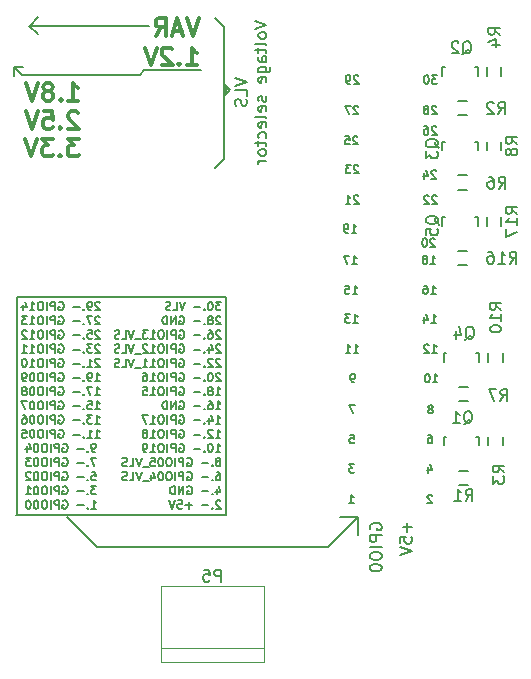
<source format=gbr>
G04 #@! TF.FileFunction,Legend,Bot*
%FSLAX46Y46*%
G04 Gerber Fmt 4.6, Leading zero omitted, Abs format (unit mm)*
G04 Created by KiCad (PCBNEW 4.0.4-stable) date 11/02/17 18:15:52*
%MOMM*%
%LPD*%
G01*
G04 APERTURE LIST*
%ADD10C,0.100000*%
%ADD11C,0.175000*%
%ADD12C,0.150000*%
%ADD13C,0.200000*%
%ADD14C,0.300000*%
%ADD15C,0.120000*%
G04 APERTURE END LIST*
D10*
D11*
X178630000Y-105495195D02*
X178596666Y-105461862D01*
X178530000Y-105428529D01*
X178363333Y-105428529D01*
X178296666Y-105461862D01*
X178263333Y-105495195D01*
X178230000Y-105561862D01*
X178230000Y-105628529D01*
X178263333Y-105728529D01*
X178663333Y-106128529D01*
X178230000Y-106128529D01*
X178326666Y-100348529D02*
X178460000Y-100348529D01*
X178526666Y-100381862D01*
X178560000Y-100415195D01*
X178626666Y-100515195D01*
X178660000Y-100648529D01*
X178660000Y-100915195D01*
X178626666Y-100981862D01*
X178593333Y-101015195D01*
X178526666Y-101048529D01*
X178393333Y-101048529D01*
X178326666Y-101015195D01*
X178293333Y-100981862D01*
X178260000Y-100915195D01*
X178260000Y-100748529D01*
X178293333Y-100681862D01*
X178326666Y-100648529D01*
X178393333Y-100615195D01*
X178526666Y-100615195D01*
X178593333Y-100648529D01*
X178626666Y-100681862D01*
X178660000Y-100748529D01*
X178566666Y-98148529D02*
X178633333Y-98115195D01*
X178666666Y-98081862D01*
X178700000Y-98015195D01*
X178700000Y-97981862D01*
X178666666Y-97915195D01*
X178633333Y-97881862D01*
X178566666Y-97848529D01*
X178433333Y-97848529D01*
X178366666Y-97881862D01*
X178333333Y-97915195D01*
X178300000Y-97981862D01*
X178300000Y-98015195D01*
X178333333Y-98081862D01*
X178366666Y-98115195D01*
X178433333Y-98148529D01*
X178566666Y-98148529D01*
X178633333Y-98181862D01*
X178666666Y-98215195D01*
X178700000Y-98281862D01*
X178700000Y-98415195D01*
X178666666Y-98481862D01*
X178633333Y-98515195D01*
X178566666Y-98548529D01*
X178433333Y-98548529D01*
X178366666Y-98515195D01*
X178333333Y-98481862D01*
X178300000Y-98415195D01*
X178300000Y-98281862D01*
X178333333Y-98215195D01*
X178366666Y-98181862D01*
X178433333Y-98148529D01*
X178326666Y-103091862D02*
X178326666Y-103558529D01*
X178493333Y-102825195D02*
X178660000Y-103325195D01*
X178226666Y-103325195D01*
X178683334Y-95908529D02*
X179083334Y-95908529D01*
X178883334Y-95908529D02*
X178883334Y-95208529D01*
X178950000Y-95308529D01*
X179016667Y-95375195D01*
X179083334Y-95408529D01*
X178250000Y-95208529D02*
X178183333Y-95208529D01*
X178116667Y-95241862D01*
X178083333Y-95275195D01*
X178050000Y-95341862D01*
X178016667Y-95475195D01*
X178016667Y-95641862D01*
X178050000Y-95775195D01*
X178083333Y-95841862D01*
X178116667Y-95875195D01*
X178183333Y-95908529D01*
X178250000Y-95908529D01*
X178316667Y-95875195D01*
X178350000Y-95841862D01*
X178383333Y-95775195D01*
X178416667Y-95641862D01*
X178416667Y-95475195D01*
X178383333Y-95341862D01*
X178350000Y-95275195D01*
X178316667Y-95241862D01*
X178250000Y-95208529D01*
X178493334Y-85878529D02*
X178893334Y-85878529D01*
X178693334Y-85878529D02*
X178693334Y-85178529D01*
X178760000Y-85278529D01*
X178826667Y-85345195D01*
X178893334Y-85378529D01*
X178093333Y-85478529D02*
X178160000Y-85445195D01*
X178193333Y-85411862D01*
X178226667Y-85345195D01*
X178226667Y-85311862D01*
X178193333Y-85245195D01*
X178160000Y-85211862D01*
X178093333Y-85178529D01*
X177960000Y-85178529D01*
X177893333Y-85211862D01*
X177860000Y-85245195D01*
X177826667Y-85311862D01*
X177826667Y-85345195D01*
X177860000Y-85411862D01*
X177893333Y-85445195D01*
X177960000Y-85478529D01*
X178093333Y-85478529D01*
X178160000Y-85511862D01*
X178193333Y-85545195D01*
X178226667Y-85611862D01*
X178226667Y-85745195D01*
X178193333Y-85811862D01*
X178160000Y-85845195D01*
X178093333Y-85878529D01*
X177960000Y-85878529D01*
X177893333Y-85845195D01*
X177860000Y-85811862D01*
X177826667Y-85745195D01*
X177826667Y-85611862D01*
X177860000Y-85545195D01*
X177893333Y-85511862D01*
X177960000Y-85478529D01*
X178533334Y-88418529D02*
X178933334Y-88418529D01*
X178733334Y-88418529D02*
X178733334Y-87718529D01*
X178800000Y-87818529D01*
X178866667Y-87885195D01*
X178933334Y-87918529D01*
X177933333Y-87718529D02*
X178066667Y-87718529D01*
X178133333Y-87751862D01*
X178166667Y-87785195D01*
X178233333Y-87885195D01*
X178266667Y-88018529D01*
X178266667Y-88285195D01*
X178233333Y-88351862D01*
X178200000Y-88385195D01*
X178133333Y-88418529D01*
X178000000Y-88418529D01*
X177933333Y-88385195D01*
X177900000Y-88351862D01*
X177866667Y-88285195D01*
X177866667Y-88118529D01*
X177900000Y-88051862D01*
X177933333Y-88018529D01*
X178000000Y-87985195D01*
X178133333Y-87985195D01*
X178200000Y-88018529D01*
X178233333Y-88051862D01*
X178266667Y-88118529D01*
X178563334Y-90868529D02*
X178963334Y-90868529D01*
X178763334Y-90868529D02*
X178763334Y-90168529D01*
X178830000Y-90268529D01*
X178896667Y-90335195D01*
X178963334Y-90368529D01*
X177963333Y-90401862D02*
X177963333Y-90868529D01*
X178130000Y-90135195D02*
X178296667Y-90635195D01*
X177863333Y-90635195D01*
X178613334Y-93408529D02*
X179013334Y-93408529D01*
X178813334Y-93408529D02*
X178813334Y-92708529D01*
X178880000Y-92808529D01*
X178946667Y-92875195D01*
X179013334Y-92908529D01*
X178346667Y-92775195D02*
X178313333Y-92741862D01*
X178246667Y-92708529D01*
X178080000Y-92708529D01*
X178013333Y-92741862D01*
X177980000Y-92775195D01*
X177946667Y-92841862D01*
X177946667Y-92908529D01*
X177980000Y-93008529D01*
X178380000Y-93408529D01*
X177946667Y-93408529D01*
X178863334Y-83793333D02*
X178830000Y-83760000D01*
X178763334Y-83726667D01*
X178596667Y-83726667D01*
X178530000Y-83760000D01*
X178496667Y-83793333D01*
X178463334Y-83860000D01*
X178463334Y-83926667D01*
X178496667Y-84026667D01*
X178896667Y-84426667D01*
X178463334Y-84426667D01*
X178030000Y-83726667D02*
X177963333Y-83726667D01*
X177896667Y-83760000D01*
X177863333Y-83793333D01*
X177830000Y-83860000D01*
X177796667Y-83993333D01*
X177796667Y-84160000D01*
X177830000Y-84293333D01*
X177863333Y-84360000D01*
X177896667Y-84393333D01*
X177963333Y-84426667D01*
X178030000Y-84426667D01*
X178096667Y-84393333D01*
X178130000Y-84360000D01*
X178163333Y-84293333D01*
X178196667Y-84160000D01*
X178196667Y-83993333D01*
X178163333Y-83860000D01*
X178130000Y-83793333D01*
X178096667Y-83760000D01*
X178030000Y-83726667D01*
X179013334Y-80155195D02*
X178980000Y-80121862D01*
X178913334Y-80088529D01*
X178746667Y-80088529D01*
X178680000Y-80121862D01*
X178646667Y-80155195D01*
X178613334Y-80221862D01*
X178613334Y-80288529D01*
X178646667Y-80388529D01*
X179046667Y-80788529D01*
X178613334Y-80788529D01*
X178346667Y-80155195D02*
X178313333Y-80121862D01*
X178246667Y-80088529D01*
X178080000Y-80088529D01*
X178013333Y-80121862D01*
X177980000Y-80155195D01*
X177946667Y-80221862D01*
X177946667Y-80288529D01*
X177980000Y-80388529D01*
X178380000Y-80788529D01*
X177946667Y-80788529D01*
X178963334Y-78043333D02*
X178930000Y-78010000D01*
X178863334Y-77976667D01*
X178696667Y-77976667D01*
X178630000Y-78010000D01*
X178596667Y-78043333D01*
X178563334Y-78110000D01*
X178563334Y-78176667D01*
X178596667Y-78276667D01*
X178996667Y-78676667D01*
X178563334Y-78676667D01*
X177963333Y-78210000D02*
X177963333Y-78676667D01*
X178130000Y-77943333D02*
X178296667Y-78443333D01*
X177863333Y-78443333D01*
X178993334Y-72565195D02*
X178960000Y-72531862D01*
X178893334Y-72498529D01*
X178726667Y-72498529D01*
X178660000Y-72531862D01*
X178626667Y-72565195D01*
X178593334Y-72631862D01*
X178593334Y-72698529D01*
X178626667Y-72798529D01*
X179026667Y-73198529D01*
X178593334Y-73198529D01*
X178193333Y-72798529D02*
X178260000Y-72765195D01*
X178293333Y-72731862D01*
X178326667Y-72665195D01*
X178326667Y-72631862D01*
X178293333Y-72565195D01*
X178260000Y-72531862D01*
X178193333Y-72498529D01*
X178060000Y-72498529D01*
X177993333Y-72531862D01*
X177960000Y-72565195D01*
X177926667Y-72631862D01*
X177926667Y-72665195D01*
X177960000Y-72731862D01*
X177993333Y-72765195D01*
X178060000Y-72798529D01*
X178193333Y-72798529D01*
X178260000Y-72831862D01*
X178293333Y-72865195D01*
X178326667Y-72931862D01*
X178326667Y-73065195D01*
X178293333Y-73131862D01*
X178260000Y-73165195D01*
X178193333Y-73198529D01*
X178060000Y-73198529D01*
X177993333Y-73165195D01*
X177960000Y-73131862D01*
X177926667Y-73065195D01*
X177926667Y-72931862D01*
X177960000Y-72865195D01*
X177993333Y-72831862D01*
X178060000Y-72798529D01*
X179046667Y-69928529D02*
X178613334Y-69928529D01*
X178846667Y-70195195D01*
X178746667Y-70195195D01*
X178680000Y-70228529D01*
X178646667Y-70261862D01*
X178613334Y-70328529D01*
X178613334Y-70495195D01*
X178646667Y-70561862D01*
X178680000Y-70595195D01*
X178746667Y-70628529D01*
X178946667Y-70628529D01*
X179013334Y-70595195D01*
X179046667Y-70561862D01*
X178180000Y-69928529D02*
X178113333Y-69928529D01*
X178046667Y-69961862D01*
X178013333Y-69995195D01*
X177980000Y-70061862D01*
X177946667Y-70195195D01*
X177946667Y-70361862D01*
X177980000Y-70495195D01*
X178013333Y-70561862D01*
X178046667Y-70595195D01*
X178113333Y-70628529D01*
X178180000Y-70628529D01*
X178246667Y-70595195D01*
X178280000Y-70561862D01*
X178313333Y-70495195D01*
X178346667Y-70361862D01*
X178346667Y-70195195D01*
X178313333Y-70061862D01*
X178280000Y-69995195D01*
X178246667Y-69961862D01*
X178180000Y-69928529D01*
X178983334Y-74303333D02*
X178950000Y-74270000D01*
X178883334Y-74236667D01*
X178716667Y-74236667D01*
X178650000Y-74270000D01*
X178616667Y-74303333D01*
X178583334Y-74370000D01*
X178583334Y-74436667D01*
X178616667Y-74536667D01*
X179016667Y-74936667D01*
X178583334Y-74936667D01*
X177983333Y-74236667D02*
X178116667Y-74236667D01*
X178183333Y-74270000D01*
X178216667Y-74303333D01*
X178283333Y-74403333D01*
X178316667Y-74536667D01*
X178316667Y-74803333D01*
X178283333Y-74870000D01*
X178250000Y-74903333D01*
X178183333Y-74936667D01*
X178050000Y-74936667D01*
X177983333Y-74903333D01*
X177950000Y-74870000D01*
X177916667Y-74803333D01*
X177916667Y-74636667D01*
X177950000Y-74570000D01*
X177983333Y-74536667D01*
X178050000Y-74503333D01*
X178183333Y-74503333D01*
X178250000Y-74536667D01*
X178283333Y-74570000D01*
X178316667Y-74636667D01*
X171600000Y-106128529D02*
X172000000Y-106128529D01*
X171800000Y-106128529D02*
X171800000Y-105428529D01*
X171866666Y-105528529D01*
X171933333Y-105595195D01*
X172000000Y-105628529D01*
X172063333Y-102858529D02*
X171630000Y-102858529D01*
X171863333Y-103125195D01*
X171763333Y-103125195D01*
X171696666Y-103158529D01*
X171663333Y-103191862D01*
X171630000Y-103258529D01*
X171630000Y-103425195D01*
X171663333Y-103491862D01*
X171696666Y-103525195D01*
X171763333Y-103558529D01*
X171963333Y-103558529D01*
X172030000Y-103525195D01*
X172063333Y-103491862D01*
X171663333Y-100348529D02*
X171996666Y-100348529D01*
X172030000Y-100681862D01*
X171996666Y-100648529D01*
X171930000Y-100615195D01*
X171763333Y-100615195D01*
X171696666Y-100648529D01*
X171663333Y-100681862D01*
X171630000Y-100748529D01*
X171630000Y-100915195D01*
X171663333Y-100981862D01*
X171696666Y-101015195D01*
X171763333Y-101048529D01*
X171930000Y-101048529D01*
X171996666Y-101015195D01*
X172030000Y-100981862D01*
X172103333Y-97848529D02*
X171636666Y-97848529D01*
X171936666Y-98548529D01*
X172053333Y-95908529D02*
X171920000Y-95908529D01*
X171853333Y-95875195D01*
X171820000Y-95841862D01*
X171753333Y-95741862D01*
X171720000Y-95608529D01*
X171720000Y-95341862D01*
X171753333Y-95275195D01*
X171786666Y-95241862D01*
X171853333Y-95208529D01*
X171986666Y-95208529D01*
X172053333Y-95241862D01*
X172086666Y-95275195D01*
X172120000Y-95341862D01*
X172120000Y-95508529D01*
X172086666Y-95575195D01*
X172053333Y-95608529D01*
X171986666Y-95641862D01*
X171853333Y-95641862D01*
X171786666Y-95608529D01*
X171753333Y-95575195D01*
X171720000Y-95508529D01*
X171983334Y-93408529D02*
X172383334Y-93408529D01*
X172183334Y-93408529D02*
X172183334Y-92708529D01*
X172250000Y-92808529D01*
X172316667Y-92875195D01*
X172383334Y-92908529D01*
X171316667Y-93408529D02*
X171716667Y-93408529D01*
X171516667Y-93408529D02*
X171516667Y-92708529D01*
X171583333Y-92808529D01*
X171650000Y-92875195D01*
X171716667Y-92908529D01*
X171933334Y-90868529D02*
X172333334Y-90868529D01*
X172133334Y-90868529D02*
X172133334Y-90168529D01*
X172200000Y-90268529D01*
X172266667Y-90335195D01*
X172333334Y-90368529D01*
X171700000Y-90168529D02*
X171266667Y-90168529D01*
X171500000Y-90435195D01*
X171400000Y-90435195D01*
X171333333Y-90468529D01*
X171300000Y-90501862D01*
X171266667Y-90568529D01*
X171266667Y-90735195D01*
X171300000Y-90801862D01*
X171333333Y-90835195D01*
X171400000Y-90868529D01*
X171600000Y-90868529D01*
X171666667Y-90835195D01*
X171700000Y-90801862D01*
X171903334Y-88418529D02*
X172303334Y-88418529D01*
X172103334Y-88418529D02*
X172103334Y-87718529D01*
X172170000Y-87818529D01*
X172236667Y-87885195D01*
X172303334Y-87918529D01*
X171270000Y-87718529D02*
X171603333Y-87718529D01*
X171636667Y-88051862D01*
X171603333Y-88018529D01*
X171536667Y-87985195D01*
X171370000Y-87985195D01*
X171303333Y-88018529D01*
X171270000Y-88051862D01*
X171236667Y-88118529D01*
X171236667Y-88285195D01*
X171270000Y-88351862D01*
X171303333Y-88385195D01*
X171370000Y-88418529D01*
X171536667Y-88418529D01*
X171603333Y-88385195D01*
X171636667Y-88351862D01*
X171863334Y-85878529D02*
X172263334Y-85878529D01*
X172063334Y-85878529D02*
X172063334Y-85178529D01*
X172130000Y-85278529D01*
X172196667Y-85345195D01*
X172263334Y-85378529D01*
X171630000Y-85178529D02*
X171163333Y-85178529D01*
X171463333Y-85878529D01*
X171813334Y-83238529D02*
X172213334Y-83238529D01*
X172013334Y-83238529D02*
X172013334Y-82538529D01*
X172080000Y-82638529D01*
X172146667Y-82705195D01*
X172213334Y-82738529D01*
X171480000Y-83238529D02*
X171346667Y-83238529D01*
X171280000Y-83205195D01*
X171246667Y-83171862D01*
X171180000Y-83071862D01*
X171146667Y-82938529D01*
X171146667Y-82671862D01*
X171180000Y-82605195D01*
X171213333Y-82571862D01*
X171280000Y-82538529D01*
X171413333Y-82538529D01*
X171480000Y-82571862D01*
X171513333Y-82605195D01*
X171546667Y-82671862D01*
X171546667Y-82838529D01*
X171513333Y-82905195D01*
X171480000Y-82938529D01*
X171413333Y-82971862D01*
X171280000Y-82971862D01*
X171213333Y-82938529D01*
X171180000Y-82905195D01*
X171146667Y-82838529D01*
X172383334Y-80155195D02*
X172350000Y-80121862D01*
X172283334Y-80088529D01*
X172116667Y-80088529D01*
X172050000Y-80121862D01*
X172016667Y-80155195D01*
X171983334Y-80221862D01*
X171983334Y-80288529D01*
X172016667Y-80388529D01*
X172416667Y-80788529D01*
X171983334Y-80788529D01*
X171316667Y-80788529D02*
X171716667Y-80788529D01*
X171516667Y-80788529D02*
X171516667Y-80088529D01*
X171583333Y-80188529D01*
X171650000Y-80255195D01*
X171716667Y-80288529D01*
X172383334Y-77575195D02*
X172350000Y-77541862D01*
X172283334Y-77508529D01*
X172116667Y-77508529D01*
X172050000Y-77541862D01*
X172016667Y-77575195D01*
X171983334Y-77641862D01*
X171983334Y-77708529D01*
X172016667Y-77808529D01*
X172416667Y-78208529D01*
X171983334Y-78208529D01*
X171750000Y-77508529D02*
X171316667Y-77508529D01*
X171550000Y-77775195D01*
X171450000Y-77775195D01*
X171383333Y-77808529D01*
X171350000Y-77841862D01*
X171316667Y-77908529D01*
X171316667Y-78075195D01*
X171350000Y-78141862D01*
X171383333Y-78175195D01*
X171450000Y-78208529D01*
X171650000Y-78208529D01*
X171716667Y-78175195D01*
X171750000Y-78141862D01*
X172313334Y-75135195D02*
X172280000Y-75101862D01*
X172213334Y-75068529D01*
X172046667Y-75068529D01*
X171980000Y-75101862D01*
X171946667Y-75135195D01*
X171913334Y-75201862D01*
X171913334Y-75268529D01*
X171946667Y-75368529D01*
X172346667Y-75768529D01*
X171913334Y-75768529D01*
X171280000Y-75068529D02*
X171613333Y-75068529D01*
X171646667Y-75401862D01*
X171613333Y-75368529D01*
X171546667Y-75335195D01*
X171380000Y-75335195D01*
X171313333Y-75368529D01*
X171280000Y-75401862D01*
X171246667Y-75468529D01*
X171246667Y-75635195D01*
X171280000Y-75701862D01*
X171313333Y-75735195D01*
X171380000Y-75768529D01*
X171546667Y-75768529D01*
X171613333Y-75735195D01*
X171646667Y-75701862D01*
X172363334Y-72565195D02*
X172330000Y-72531862D01*
X172263334Y-72498529D01*
X172096667Y-72498529D01*
X172030000Y-72531862D01*
X171996667Y-72565195D01*
X171963334Y-72631862D01*
X171963334Y-72698529D01*
X171996667Y-72798529D01*
X172396667Y-73198529D01*
X171963334Y-73198529D01*
X171730000Y-72498529D02*
X171263333Y-72498529D01*
X171563333Y-73198529D01*
X172383334Y-69995195D02*
X172350000Y-69961862D01*
X172283334Y-69928529D01*
X172116667Y-69928529D01*
X172050000Y-69961862D01*
X172016667Y-69995195D01*
X171983334Y-70061862D01*
X171983334Y-70128529D01*
X172016667Y-70228529D01*
X172416667Y-70628529D01*
X171983334Y-70628529D01*
X171650000Y-70628529D02*
X171516667Y-70628529D01*
X171450000Y-70595195D01*
X171416667Y-70561862D01*
X171350000Y-70461862D01*
X171316667Y-70328529D01*
X171316667Y-70061862D01*
X171350000Y-69995195D01*
X171383333Y-69961862D01*
X171450000Y-69928529D01*
X171583333Y-69928529D01*
X171650000Y-69961862D01*
X171683333Y-69995195D01*
X171716667Y-70061862D01*
X171716667Y-70228529D01*
X171683333Y-70295195D01*
X171650000Y-70328529D01*
X171583333Y-70361862D01*
X171450000Y-70361862D01*
X171383333Y-70328529D01*
X171350000Y-70295195D01*
X171316667Y-70228529D01*
D12*
X176527429Y-107796286D02*
X176527429Y-108558191D01*
X176908381Y-108177239D02*
X176146476Y-108177239D01*
X175908381Y-109510572D02*
X175908381Y-109034381D01*
X176384571Y-108986762D01*
X176336952Y-109034381D01*
X176289333Y-109129619D01*
X176289333Y-109367715D01*
X176336952Y-109462953D01*
X176384571Y-109510572D01*
X176479810Y-109558191D01*
X176717905Y-109558191D01*
X176813143Y-109510572D01*
X176860762Y-109462953D01*
X176908381Y-109367715D01*
X176908381Y-109129619D01*
X176860762Y-109034381D01*
X176813143Y-108986762D01*
X175908381Y-109843905D02*
X176908381Y-110177238D01*
X175908381Y-110510572D01*
X173416000Y-108367810D02*
X173368381Y-108272572D01*
X173368381Y-108129715D01*
X173416000Y-107986857D01*
X173511238Y-107891619D01*
X173606476Y-107844000D01*
X173796952Y-107796381D01*
X173939810Y-107796381D01*
X174130286Y-107844000D01*
X174225524Y-107891619D01*
X174320762Y-107986857D01*
X174368381Y-108129715D01*
X174368381Y-108224953D01*
X174320762Y-108367810D01*
X174273143Y-108415429D01*
X173939810Y-108415429D01*
X173939810Y-108224953D01*
X174368381Y-108844000D02*
X173368381Y-108844000D01*
X173368381Y-109224953D01*
X173416000Y-109320191D01*
X173463619Y-109367810D01*
X173558857Y-109415429D01*
X173701714Y-109415429D01*
X173796952Y-109367810D01*
X173844571Y-109320191D01*
X173892190Y-109224953D01*
X173892190Y-108844000D01*
X174368381Y-109844000D02*
X173368381Y-109844000D01*
X173368381Y-110510666D02*
X173368381Y-110701143D01*
X173416000Y-110796381D01*
X173511238Y-110891619D01*
X173701714Y-110939238D01*
X174035048Y-110939238D01*
X174225524Y-110891619D01*
X174320762Y-110796381D01*
X174368381Y-110701143D01*
X174368381Y-110510666D01*
X174320762Y-110415428D01*
X174225524Y-110320190D01*
X174035048Y-110272571D01*
X173701714Y-110272571D01*
X173511238Y-110320190D01*
X173416000Y-110415428D01*
X173368381Y-110510666D01*
X173368381Y-111558285D02*
X173368381Y-111653524D01*
X173416000Y-111748762D01*
X173463619Y-111796381D01*
X173558857Y-111844000D01*
X173749333Y-111891619D01*
X173987429Y-111891619D01*
X174177905Y-111844000D01*
X174273143Y-111796381D01*
X174320762Y-111748762D01*
X174368381Y-111653524D01*
X174368381Y-111558285D01*
X174320762Y-111463047D01*
X174273143Y-111415428D01*
X174177905Y-111367809D01*
X173987429Y-111320190D01*
X173749333Y-111320190D01*
X173558857Y-111367809D01*
X173463619Y-111415428D01*
X173416000Y-111463047D01*
X173368381Y-111558285D01*
D13*
X161544000Y-71120000D02*
X161036000Y-71628000D01*
X161036000Y-70612000D02*
X161544000Y-71120000D01*
X161036000Y-71374000D02*
X161036000Y-71628000D01*
X161290000Y-71120000D02*
X161036000Y-71374000D01*
X161036000Y-70866000D02*
X161290000Y-71120000D01*
D12*
X161949381Y-70159714D02*
X162949381Y-70493047D01*
X161949381Y-70826381D01*
X162949381Y-71635905D02*
X162949381Y-71159714D01*
X161949381Y-71159714D01*
X162901762Y-71921619D02*
X162949381Y-72064476D01*
X162949381Y-72302572D01*
X162901762Y-72397810D01*
X162854143Y-72445429D01*
X162758905Y-72493048D01*
X162663667Y-72493048D01*
X162568429Y-72445429D01*
X162520810Y-72397810D01*
X162473190Y-72302572D01*
X162425571Y-72112095D01*
X162377952Y-72016857D01*
X162330333Y-71969238D01*
X162235095Y-71921619D01*
X162139857Y-71921619D01*
X162044619Y-71969238D01*
X161997000Y-72016857D01*
X161949381Y-72112095D01*
X161949381Y-72350191D01*
X161997000Y-72493048D01*
X163599381Y-65326379D02*
X164599381Y-65659712D01*
X163599381Y-65993046D01*
X164599381Y-66469236D02*
X164551762Y-66373998D01*
X164504143Y-66326379D01*
X164408905Y-66278760D01*
X164123190Y-66278760D01*
X164027952Y-66326379D01*
X163980333Y-66373998D01*
X163932714Y-66469236D01*
X163932714Y-66612094D01*
X163980333Y-66707332D01*
X164027952Y-66754951D01*
X164123190Y-66802570D01*
X164408905Y-66802570D01*
X164504143Y-66754951D01*
X164551762Y-66707332D01*
X164599381Y-66612094D01*
X164599381Y-66469236D01*
X164599381Y-67373998D02*
X164551762Y-67278760D01*
X164456524Y-67231141D01*
X163599381Y-67231141D01*
X163932714Y-67612094D02*
X163932714Y-67993046D01*
X163599381Y-67754951D02*
X164456524Y-67754951D01*
X164551762Y-67802570D01*
X164599381Y-67897808D01*
X164599381Y-67993046D01*
X164599381Y-68754952D02*
X164075571Y-68754952D01*
X163980333Y-68707333D01*
X163932714Y-68612095D01*
X163932714Y-68421618D01*
X163980333Y-68326380D01*
X164551762Y-68754952D02*
X164599381Y-68659714D01*
X164599381Y-68421618D01*
X164551762Y-68326380D01*
X164456524Y-68278761D01*
X164361286Y-68278761D01*
X164266048Y-68326380D01*
X164218429Y-68421618D01*
X164218429Y-68659714D01*
X164170810Y-68754952D01*
X163932714Y-69659714D02*
X164742238Y-69659714D01*
X164837476Y-69612095D01*
X164885095Y-69564476D01*
X164932714Y-69469237D01*
X164932714Y-69326380D01*
X164885095Y-69231142D01*
X164551762Y-69659714D02*
X164599381Y-69564476D01*
X164599381Y-69373999D01*
X164551762Y-69278761D01*
X164504143Y-69231142D01*
X164408905Y-69183523D01*
X164123190Y-69183523D01*
X164027952Y-69231142D01*
X163980333Y-69278761D01*
X163932714Y-69373999D01*
X163932714Y-69564476D01*
X163980333Y-69659714D01*
X164551762Y-70516857D02*
X164599381Y-70421619D01*
X164599381Y-70231142D01*
X164551762Y-70135904D01*
X164456524Y-70088285D01*
X164075571Y-70088285D01*
X163980333Y-70135904D01*
X163932714Y-70231142D01*
X163932714Y-70421619D01*
X163980333Y-70516857D01*
X164075571Y-70564476D01*
X164170810Y-70564476D01*
X164266048Y-70088285D01*
X164551762Y-71707333D02*
X164599381Y-71802571D01*
X164599381Y-71993047D01*
X164551762Y-72088286D01*
X164456524Y-72135905D01*
X164408905Y-72135905D01*
X164313667Y-72088286D01*
X164266048Y-71993047D01*
X164266048Y-71850190D01*
X164218429Y-71754952D01*
X164123190Y-71707333D01*
X164075571Y-71707333D01*
X163980333Y-71754952D01*
X163932714Y-71850190D01*
X163932714Y-71993047D01*
X163980333Y-72088286D01*
X164551762Y-72945429D02*
X164599381Y-72850191D01*
X164599381Y-72659714D01*
X164551762Y-72564476D01*
X164456524Y-72516857D01*
X164075571Y-72516857D01*
X163980333Y-72564476D01*
X163932714Y-72659714D01*
X163932714Y-72850191D01*
X163980333Y-72945429D01*
X164075571Y-72993048D01*
X164170810Y-72993048D01*
X164266048Y-72516857D01*
X164599381Y-73564476D02*
X164551762Y-73469238D01*
X164456524Y-73421619D01*
X163599381Y-73421619D01*
X164551762Y-74326382D02*
X164599381Y-74231144D01*
X164599381Y-74040667D01*
X164551762Y-73945429D01*
X164456524Y-73897810D01*
X164075571Y-73897810D01*
X163980333Y-73945429D01*
X163932714Y-74040667D01*
X163932714Y-74231144D01*
X163980333Y-74326382D01*
X164075571Y-74374001D01*
X164170810Y-74374001D01*
X164266048Y-73897810D01*
X164551762Y-75231144D02*
X164599381Y-75135906D01*
X164599381Y-74945429D01*
X164551762Y-74850191D01*
X164504143Y-74802572D01*
X164408905Y-74754953D01*
X164123190Y-74754953D01*
X164027952Y-74802572D01*
X163980333Y-74850191D01*
X163932714Y-74945429D01*
X163932714Y-75135906D01*
X163980333Y-75231144D01*
X163932714Y-75516858D02*
X163932714Y-75897810D01*
X163599381Y-75659715D02*
X164456524Y-75659715D01*
X164551762Y-75707334D01*
X164599381Y-75802572D01*
X164599381Y-75897810D01*
X164599381Y-76374001D02*
X164551762Y-76278763D01*
X164504143Y-76231144D01*
X164408905Y-76183525D01*
X164123190Y-76183525D01*
X164027952Y-76231144D01*
X163980333Y-76278763D01*
X163932714Y-76374001D01*
X163932714Y-76516859D01*
X163980333Y-76612097D01*
X164027952Y-76659716D01*
X164123190Y-76707335D01*
X164408905Y-76707335D01*
X164504143Y-76659716D01*
X164551762Y-76612097D01*
X164599381Y-76516859D01*
X164599381Y-76374001D01*
X164599381Y-77135906D02*
X163932714Y-77135906D01*
X164123190Y-77135906D02*
X164027952Y-77183525D01*
X163980333Y-77231144D01*
X163932714Y-77326382D01*
X163932714Y-77421621D01*
D13*
X161036000Y-76962000D02*
X160274000Y-77724000D01*
X161036000Y-76454000D02*
X161036000Y-76962000D01*
X161036000Y-65786000D02*
X161036000Y-76454000D01*
X160274000Y-65024000D02*
X161036000Y-65786000D01*
X172392000Y-107304000D02*
X169852000Y-109844000D01*
X172392000Y-107304000D02*
X172392000Y-108574000D01*
X172392000Y-108574000D02*
X172392000Y-108828000D01*
X172392000Y-107304000D02*
X170868000Y-107304000D01*
X169852000Y-109844000D02*
X150294000Y-109844000D01*
X147754000Y-107304000D02*
X150294000Y-109844000D01*
X161190000Y-107030234D02*
X161190000Y-88709902D01*
X161190045Y-88700000D02*
X143480000Y-88700000D01*
X143500000Y-88700000D02*
X143500000Y-107093721D01*
X143440000Y-107130000D02*
X161180025Y-107130000D01*
D12*
X160750000Y-89106667D02*
X160316667Y-89106667D01*
X160550000Y-89373333D01*
X160450000Y-89373333D01*
X160383333Y-89406667D01*
X160350000Y-89440000D01*
X160316667Y-89506667D01*
X160316667Y-89673333D01*
X160350000Y-89740000D01*
X160383333Y-89773333D01*
X160450000Y-89806667D01*
X160650000Y-89806667D01*
X160716667Y-89773333D01*
X160750000Y-89740000D01*
X159883333Y-89106667D02*
X159816666Y-89106667D01*
X159750000Y-89140000D01*
X159716666Y-89173333D01*
X159683333Y-89240000D01*
X159650000Y-89373333D01*
X159650000Y-89540000D01*
X159683333Y-89673333D01*
X159716666Y-89740000D01*
X159750000Y-89773333D01*
X159816666Y-89806667D01*
X159883333Y-89806667D01*
X159950000Y-89773333D01*
X159983333Y-89740000D01*
X160016666Y-89673333D01*
X160050000Y-89540000D01*
X160050000Y-89373333D01*
X160016666Y-89240000D01*
X159983333Y-89173333D01*
X159950000Y-89140000D01*
X159883333Y-89106667D01*
X159349999Y-89740000D02*
X159316666Y-89773333D01*
X159349999Y-89806667D01*
X159383333Y-89773333D01*
X159349999Y-89740000D01*
X159349999Y-89806667D01*
X159016666Y-89540000D02*
X158483333Y-89540000D01*
X157716666Y-89106667D02*
X157483333Y-89806667D01*
X157250000Y-89106667D01*
X156683333Y-89806667D02*
X157016666Y-89806667D01*
X157016666Y-89106667D01*
X156483333Y-89773333D02*
X156383333Y-89806667D01*
X156216666Y-89806667D01*
X156149999Y-89773333D01*
X156116666Y-89740000D01*
X156083333Y-89673333D01*
X156083333Y-89606667D01*
X156116666Y-89540000D01*
X156149999Y-89506667D01*
X156216666Y-89473333D01*
X156349999Y-89440000D01*
X156416666Y-89406667D01*
X156449999Y-89373333D01*
X156483333Y-89306667D01*
X156483333Y-89240000D01*
X156449999Y-89173333D01*
X156416666Y-89140000D01*
X156349999Y-89106667D01*
X156183333Y-89106667D01*
X156083333Y-89140000D01*
X160716667Y-90373333D02*
X160683333Y-90340000D01*
X160616667Y-90306667D01*
X160450000Y-90306667D01*
X160383333Y-90340000D01*
X160350000Y-90373333D01*
X160316667Y-90440000D01*
X160316667Y-90506667D01*
X160350000Y-90606667D01*
X160750000Y-91006667D01*
X160316667Y-91006667D01*
X159916666Y-90606667D02*
X159983333Y-90573333D01*
X160016666Y-90540000D01*
X160050000Y-90473333D01*
X160050000Y-90440000D01*
X160016666Y-90373333D01*
X159983333Y-90340000D01*
X159916666Y-90306667D01*
X159783333Y-90306667D01*
X159716666Y-90340000D01*
X159683333Y-90373333D01*
X159650000Y-90440000D01*
X159650000Y-90473333D01*
X159683333Y-90540000D01*
X159716666Y-90573333D01*
X159783333Y-90606667D01*
X159916666Y-90606667D01*
X159983333Y-90640000D01*
X160016666Y-90673333D01*
X160050000Y-90740000D01*
X160050000Y-90873333D01*
X160016666Y-90940000D01*
X159983333Y-90973333D01*
X159916666Y-91006667D01*
X159783333Y-91006667D01*
X159716666Y-90973333D01*
X159683333Y-90940000D01*
X159650000Y-90873333D01*
X159650000Y-90740000D01*
X159683333Y-90673333D01*
X159716666Y-90640000D01*
X159783333Y-90606667D01*
X159349999Y-90940000D02*
X159316666Y-90973333D01*
X159349999Y-91006667D01*
X159383333Y-90973333D01*
X159349999Y-90940000D01*
X159349999Y-91006667D01*
X159016666Y-90740000D02*
X158483333Y-90740000D01*
X157250000Y-90340000D02*
X157316666Y-90306667D01*
X157416666Y-90306667D01*
X157516666Y-90340000D01*
X157583333Y-90406667D01*
X157616666Y-90473333D01*
X157650000Y-90606667D01*
X157650000Y-90706667D01*
X157616666Y-90840000D01*
X157583333Y-90906667D01*
X157516666Y-90973333D01*
X157416666Y-91006667D01*
X157350000Y-91006667D01*
X157250000Y-90973333D01*
X157216666Y-90940000D01*
X157216666Y-90706667D01*
X157350000Y-90706667D01*
X156916666Y-91006667D02*
X156916666Y-90306667D01*
X156516666Y-91006667D01*
X156516666Y-90306667D01*
X156183333Y-91006667D02*
X156183333Y-90306667D01*
X156016667Y-90306667D01*
X155916667Y-90340000D01*
X155850000Y-90406667D01*
X155816667Y-90473333D01*
X155783333Y-90606667D01*
X155783333Y-90706667D01*
X155816667Y-90840000D01*
X155850000Y-90906667D01*
X155916667Y-90973333D01*
X156016667Y-91006667D01*
X156183333Y-91006667D01*
X160716667Y-91573333D02*
X160683333Y-91540000D01*
X160616667Y-91506667D01*
X160450000Y-91506667D01*
X160383333Y-91540000D01*
X160350000Y-91573333D01*
X160316667Y-91640000D01*
X160316667Y-91706667D01*
X160350000Y-91806667D01*
X160750000Y-92206667D01*
X160316667Y-92206667D01*
X159716666Y-91506667D02*
X159850000Y-91506667D01*
X159916666Y-91540000D01*
X159950000Y-91573333D01*
X160016666Y-91673333D01*
X160050000Y-91806667D01*
X160050000Y-92073333D01*
X160016666Y-92140000D01*
X159983333Y-92173333D01*
X159916666Y-92206667D01*
X159783333Y-92206667D01*
X159716666Y-92173333D01*
X159683333Y-92140000D01*
X159650000Y-92073333D01*
X159650000Y-91906667D01*
X159683333Y-91840000D01*
X159716666Y-91806667D01*
X159783333Y-91773333D01*
X159916666Y-91773333D01*
X159983333Y-91806667D01*
X160016666Y-91840000D01*
X160050000Y-91906667D01*
X159349999Y-92140000D02*
X159316666Y-92173333D01*
X159349999Y-92206667D01*
X159383333Y-92173333D01*
X159349999Y-92140000D01*
X159349999Y-92206667D01*
X159016666Y-91940000D02*
X158483333Y-91940000D01*
X157250000Y-91540000D02*
X157316666Y-91506667D01*
X157416666Y-91506667D01*
X157516666Y-91540000D01*
X157583333Y-91606667D01*
X157616666Y-91673333D01*
X157650000Y-91806667D01*
X157650000Y-91906667D01*
X157616666Y-92040000D01*
X157583333Y-92106667D01*
X157516666Y-92173333D01*
X157416666Y-92206667D01*
X157350000Y-92206667D01*
X157250000Y-92173333D01*
X157216666Y-92140000D01*
X157216666Y-91906667D01*
X157350000Y-91906667D01*
X156916666Y-92206667D02*
X156916666Y-91506667D01*
X156650000Y-91506667D01*
X156583333Y-91540000D01*
X156550000Y-91573333D01*
X156516666Y-91640000D01*
X156516666Y-91740000D01*
X156550000Y-91806667D01*
X156583333Y-91840000D01*
X156650000Y-91873333D01*
X156916666Y-91873333D01*
X156216666Y-92206667D02*
X156216666Y-91506667D01*
X155750000Y-91506667D02*
X155616667Y-91506667D01*
X155550000Y-91540000D01*
X155483333Y-91606667D01*
X155450000Y-91740000D01*
X155450000Y-91973333D01*
X155483333Y-92106667D01*
X155550000Y-92173333D01*
X155616667Y-92206667D01*
X155750000Y-92206667D01*
X155816667Y-92173333D01*
X155883333Y-92106667D01*
X155916667Y-91973333D01*
X155916667Y-91740000D01*
X155883333Y-91606667D01*
X155816667Y-91540000D01*
X155750000Y-91506667D01*
X154783334Y-92206667D02*
X155183334Y-92206667D01*
X154983334Y-92206667D02*
X154983334Y-91506667D01*
X155050000Y-91606667D01*
X155116667Y-91673333D01*
X155183334Y-91706667D01*
X154550000Y-91506667D02*
X154116667Y-91506667D01*
X154350000Y-91773333D01*
X154250000Y-91773333D01*
X154183333Y-91806667D01*
X154150000Y-91840000D01*
X154116667Y-91906667D01*
X154116667Y-92073333D01*
X154150000Y-92140000D01*
X154183333Y-92173333D01*
X154250000Y-92206667D01*
X154450000Y-92206667D01*
X154516667Y-92173333D01*
X154550000Y-92140000D01*
X153983333Y-92273333D02*
X153450000Y-92273333D01*
X153383333Y-91506667D02*
X153150000Y-92206667D01*
X152916667Y-91506667D01*
X152350000Y-92206667D02*
X152683333Y-92206667D01*
X152683333Y-91506667D01*
X152150000Y-92173333D02*
X152050000Y-92206667D01*
X151883333Y-92206667D01*
X151816666Y-92173333D01*
X151783333Y-92140000D01*
X151750000Y-92073333D01*
X151750000Y-92006667D01*
X151783333Y-91940000D01*
X151816666Y-91906667D01*
X151883333Y-91873333D01*
X152016666Y-91840000D01*
X152083333Y-91806667D01*
X152116666Y-91773333D01*
X152150000Y-91706667D01*
X152150000Y-91640000D01*
X152116666Y-91573333D01*
X152083333Y-91540000D01*
X152016666Y-91506667D01*
X151850000Y-91506667D01*
X151750000Y-91540000D01*
X160716667Y-92773333D02*
X160683333Y-92740000D01*
X160616667Y-92706667D01*
X160450000Y-92706667D01*
X160383333Y-92740000D01*
X160350000Y-92773333D01*
X160316667Y-92840000D01*
X160316667Y-92906667D01*
X160350000Y-93006667D01*
X160750000Y-93406667D01*
X160316667Y-93406667D01*
X159716666Y-92940000D02*
X159716666Y-93406667D01*
X159883333Y-92673333D02*
X160050000Y-93173333D01*
X159616666Y-93173333D01*
X159349999Y-93340000D02*
X159316666Y-93373333D01*
X159349999Y-93406667D01*
X159383333Y-93373333D01*
X159349999Y-93340000D01*
X159349999Y-93406667D01*
X159016666Y-93140000D02*
X158483333Y-93140000D01*
X157250000Y-92740000D02*
X157316666Y-92706667D01*
X157416666Y-92706667D01*
X157516666Y-92740000D01*
X157583333Y-92806667D01*
X157616666Y-92873333D01*
X157650000Y-93006667D01*
X157650000Y-93106667D01*
X157616666Y-93240000D01*
X157583333Y-93306667D01*
X157516666Y-93373333D01*
X157416666Y-93406667D01*
X157350000Y-93406667D01*
X157250000Y-93373333D01*
X157216666Y-93340000D01*
X157216666Y-93106667D01*
X157350000Y-93106667D01*
X156916666Y-93406667D02*
X156916666Y-92706667D01*
X156650000Y-92706667D01*
X156583333Y-92740000D01*
X156550000Y-92773333D01*
X156516666Y-92840000D01*
X156516666Y-92940000D01*
X156550000Y-93006667D01*
X156583333Y-93040000D01*
X156650000Y-93073333D01*
X156916666Y-93073333D01*
X156216666Y-93406667D02*
X156216666Y-92706667D01*
X155750000Y-92706667D02*
X155616667Y-92706667D01*
X155550000Y-92740000D01*
X155483333Y-92806667D01*
X155450000Y-92940000D01*
X155450000Y-93173333D01*
X155483333Y-93306667D01*
X155550000Y-93373333D01*
X155616667Y-93406667D01*
X155750000Y-93406667D01*
X155816667Y-93373333D01*
X155883333Y-93306667D01*
X155916667Y-93173333D01*
X155916667Y-92940000D01*
X155883333Y-92806667D01*
X155816667Y-92740000D01*
X155750000Y-92706667D01*
X154783334Y-93406667D02*
X155183334Y-93406667D01*
X154983334Y-93406667D02*
X154983334Y-92706667D01*
X155050000Y-92806667D01*
X155116667Y-92873333D01*
X155183334Y-92906667D01*
X154516667Y-92773333D02*
X154483333Y-92740000D01*
X154416667Y-92706667D01*
X154250000Y-92706667D01*
X154183333Y-92740000D01*
X154150000Y-92773333D01*
X154116667Y-92840000D01*
X154116667Y-92906667D01*
X154150000Y-93006667D01*
X154550000Y-93406667D01*
X154116667Y-93406667D01*
X153983333Y-93473333D02*
X153450000Y-93473333D01*
X153383333Y-92706667D02*
X153150000Y-93406667D01*
X152916667Y-92706667D01*
X152350000Y-93406667D02*
X152683333Y-93406667D01*
X152683333Y-92706667D01*
X152150000Y-93373333D02*
X152050000Y-93406667D01*
X151883333Y-93406667D01*
X151816666Y-93373333D01*
X151783333Y-93340000D01*
X151750000Y-93273333D01*
X151750000Y-93206667D01*
X151783333Y-93140000D01*
X151816666Y-93106667D01*
X151883333Y-93073333D01*
X152016666Y-93040000D01*
X152083333Y-93006667D01*
X152116666Y-92973333D01*
X152150000Y-92906667D01*
X152150000Y-92840000D01*
X152116666Y-92773333D01*
X152083333Y-92740000D01*
X152016666Y-92706667D01*
X151850000Y-92706667D01*
X151750000Y-92740000D01*
X160716667Y-93973333D02*
X160683333Y-93940000D01*
X160616667Y-93906667D01*
X160450000Y-93906667D01*
X160383333Y-93940000D01*
X160350000Y-93973333D01*
X160316667Y-94040000D01*
X160316667Y-94106667D01*
X160350000Y-94206667D01*
X160750000Y-94606667D01*
X160316667Y-94606667D01*
X160050000Y-93973333D02*
X160016666Y-93940000D01*
X159950000Y-93906667D01*
X159783333Y-93906667D01*
X159716666Y-93940000D01*
X159683333Y-93973333D01*
X159650000Y-94040000D01*
X159650000Y-94106667D01*
X159683333Y-94206667D01*
X160083333Y-94606667D01*
X159650000Y-94606667D01*
X159349999Y-94540000D02*
X159316666Y-94573333D01*
X159349999Y-94606667D01*
X159383333Y-94573333D01*
X159349999Y-94540000D01*
X159349999Y-94606667D01*
X159016666Y-94340000D02*
X158483333Y-94340000D01*
X157250000Y-93940000D02*
X157316666Y-93906667D01*
X157416666Y-93906667D01*
X157516666Y-93940000D01*
X157583333Y-94006667D01*
X157616666Y-94073333D01*
X157650000Y-94206667D01*
X157650000Y-94306667D01*
X157616666Y-94440000D01*
X157583333Y-94506667D01*
X157516666Y-94573333D01*
X157416666Y-94606667D01*
X157350000Y-94606667D01*
X157250000Y-94573333D01*
X157216666Y-94540000D01*
X157216666Y-94306667D01*
X157350000Y-94306667D01*
X156916666Y-94606667D02*
X156916666Y-93906667D01*
X156650000Y-93906667D01*
X156583333Y-93940000D01*
X156550000Y-93973333D01*
X156516666Y-94040000D01*
X156516666Y-94140000D01*
X156550000Y-94206667D01*
X156583333Y-94240000D01*
X156650000Y-94273333D01*
X156916666Y-94273333D01*
X156216666Y-94606667D02*
X156216666Y-93906667D01*
X155750000Y-93906667D02*
X155616667Y-93906667D01*
X155550000Y-93940000D01*
X155483333Y-94006667D01*
X155450000Y-94140000D01*
X155450000Y-94373333D01*
X155483333Y-94506667D01*
X155550000Y-94573333D01*
X155616667Y-94606667D01*
X155750000Y-94606667D01*
X155816667Y-94573333D01*
X155883333Y-94506667D01*
X155916667Y-94373333D01*
X155916667Y-94140000D01*
X155883333Y-94006667D01*
X155816667Y-93940000D01*
X155750000Y-93906667D01*
X154783334Y-94606667D02*
X155183334Y-94606667D01*
X154983334Y-94606667D02*
X154983334Y-93906667D01*
X155050000Y-94006667D01*
X155116667Y-94073333D01*
X155183334Y-94106667D01*
X154116667Y-94606667D02*
X154516667Y-94606667D01*
X154316667Y-94606667D02*
X154316667Y-93906667D01*
X154383333Y-94006667D01*
X154450000Y-94073333D01*
X154516667Y-94106667D01*
X153983333Y-94673333D02*
X153450000Y-94673333D01*
X153383333Y-93906667D02*
X153150000Y-94606667D01*
X152916667Y-93906667D01*
X152350000Y-94606667D02*
X152683333Y-94606667D01*
X152683333Y-93906667D01*
X152150000Y-94573333D02*
X152050000Y-94606667D01*
X151883333Y-94606667D01*
X151816666Y-94573333D01*
X151783333Y-94540000D01*
X151750000Y-94473333D01*
X151750000Y-94406667D01*
X151783333Y-94340000D01*
X151816666Y-94306667D01*
X151883333Y-94273333D01*
X152016666Y-94240000D01*
X152083333Y-94206667D01*
X152116666Y-94173333D01*
X152150000Y-94106667D01*
X152150000Y-94040000D01*
X152116666Y-93973333D01*
X152083333Y-93940000D01*
X152016666Y-93906667D01*
X151850000Y-93906667D01*
X151750000Y-93940000D01*
X160716667Y-95173333D02*
X160683333Y-95140000D01*
X160616667Y-95106667D01*
X160450000Y-95106667D01*
X160383333Y-95140000D01*
X160350000Y-95173333D01*
X160316667Y-95240000D01*
X160316667Y-95306667D01*
X160350000Y-95406667D01*
X160750000Y-95806667D01*
X160316667Y-95806667D01*
X159883333Y-95106667D02*
X159816666Y-95106667D01*
X159750000Y-95140000D01*
X159716666Y-95173333D01*
X159683333Y-95240000D01*
X159650000Y-95373333D01*
X159650000Y-95540000D01*
X159683333Y-95673333D01*
X159716666Y-95740000D01*
X159750000Y-95773333D01*
X159816666Y-95806667D01*
X159883333Y-95806667D01*
X159950000Y-95773333D01*
X159983333Y-95740000D01*
X160016666Y-95673333D01*
X160050000Y-95540000D01*
X160050000Y-95373333D01*
X160016666Y-95240000D01*
X159983333Y-95173333D01*
X159950000Y-95140000D01*
X159883333Y-95106667D01*
X159349999Y-95740000D02*
X159316666Y-95773333D01*
X159349999Y-95806667D01*
X159383333Y-95773333D01*
X159349999Y-95740000D01*
X159349999Y-95806667D01*
X159016666Y-95540000D02*
X158483333Y-95540000D01*
X157250000Y-95140000D02*
X157316666Y-95106667D01*
X157416666Y-95106667D01*
X157516666Y-95140000D01*
X157583333Y-95206667D01*
X157616666Y-95273333D01*
X157650000Y-95406667D01*
X157650000Y-95506667D01*
X157616666Y-95640000D01*
X157583333Y-95706667D01*
X157516666Y-95773333D01*
X157416666Y-95806667D01*
X157350000Y-95806667D01*
X157250000Y-95773333D01*
X157216666Y-95740000D01*
X157216666Y-95506667D01*
X157350000Y-95506667D01*
X156916666Y-95806667D02*
X156916666Y-95106667D01*
X156650000Y-95106667D01*
X156583333Y-95140000D01*
X156550000Y-95173333D01*
X156516666Y-95240000D01*
X156516666Y-95340000D01*
X156550000Y-95406667D01*
X156583333Y-95440000D01*
X156650000Y-95473333D01*
X156916666Y-95473333D01*
X156216666Y-95806667D02*
X156216666Y-95106667D01*
X155750000Y-95106667D02*
X155616667Y-95106667D01*
X155550000Y-95140000D01*
X155483333Y-95206667D01*
X155450000Y-95340000D01*
X155450000Y-95573333D01*
X155483333Y-95706667D01*
X155550000Y-95773333D01*
X155616667Y-95806667D01*
X155750000Y-95806667D01*
X155816667Y-95773333D01*
X155883333Y-95706667D01*
X155916667Y-95573333D01*
X155916667Y-95340000D01*
X155883333Y-95206667D01*
X155816667Y-95140000D01*
X155750000Y-95106667D01*
X154783334Y-95806667D02*
X155183334Y-95806667D01*
X154983334Y-95806667D02*
X154983334Y-95106667D01*
X155050000Y-95206667D01*
X155116667Y-95273333D01*
X155183334Y-95306667D01*
X154183333Y-95106667D02*
X154316667Y-95106667D01*
X154383333Y-95140000D01*
X154416667Y-95173333D01*
X154483333Y-95273333D01*
X154516667Y-95406667D01*
X154516667Y-95673333D01*
X154483333Y-95740000D01*
X154450000Y-95773333D01*
X154383333Y-95806667D01*
X154250000Y-95806667D01*
X154183333Y-95773333D01*
X154150000Y-95740000D01*
X154116667Y-95673333D01*
X154116667Y-95506667D01*
X154150000Y-95440000D01*
X154183333Y-95406667D01*
X154250000Y-95373333D01*
X154383333Y-95373333D01*
X154450000Y-95406667D01*
X154483333Y-95440000D01*
X154516667Y-95506667D01*
X160316667Y-97006667D02*
X160716667Y-97006667D01*
X160516667Y-97006667D02*
X160516667Y-96306667D01*
X160583333Y-96406667D01*
X160650000Y-96473333D01*
X160716667Y-96506667D01*
X159916666Y-96606667D02*
X159983333Y-96573333D01*
X160016666Y-96540000D01*
X160050000Y-96473333D01*
X160050000Y-96440000D01*
X160016666Y-96373333D01*
X159983333Y-96340000D01*
X159916666Y-96306667D01*
X159783333Y-96306667D01*
X159716666Y-96340000D01*
X159683333Y-96373333D01*
X159650000Y-96440000D01*
X159650000Y-96473333D01*
X159683333Y-96540000D01*
X159716666Y-96573333D01*
X159783333Y-96606667D01*
X159916666Y-96606667D01*
X159983333Y-96640000D01*
X160016666Y-96673333D01*
X160050000Y-96740000D01*
X160050000Y-96873333D01*
X160016666Y-96940000D01*
X159983333Y-96973333D01*
X159916666Y-97006667D01*
X159783333Y-97006667D01*
X159716666Y-96973333D01*
X159683333Y-96940000D01*
X159650000Y-96873333D01*
X159650000Y-96740000D01*
X159683333Y-96673333D01*
X159716666Y-96640000D01*
X159783333Y-96606667D01*
X159349999Y-96940000D02*
X159316666Y-96973333D01*
X159349999Y-97006667D01*
X159383333Y-96973333D01*
X159349999Y-96940000D01*
X159349999Y-97006667D01*
X159016666Y-96740000D02*
X158483333Y-96740000D01*
X157250000Y-96340000D02*
X157316666Y-96306667D01*
X157416666Y-96306667D01*
X157516666Y-96340000D01*
X157583333Y-96406667D01*
X157616666Y-96473333D01*
X157650000Y-96606667D01*
X157650000Y-96706667D01*
X157616666Y-96840000D01*
X157583333Y-96906667D01*
X157516666Y-96973333D01*
X157416666Y-97006667D01*
X157350000Y-97006667D01*
X157250000Y-96973333D01*
X157216666Y-96940000D01*
X157216666Y-96706667D01*
X157350000Y-96706667D01*
X156916666Y-97006667D02*
X156916666Y-96306667D01*
X156650000Y-96306667D01*
X156583333Y-96340000D01*
X156550000Y-96373333D01*
X156516666Y-96440000D01*
X156516666Y-96540000D01*
X156550000Y-96606667D01*
X156583333Y-96640000D01*
X156650000Y-96673333D01*
X156916666Y-96673333D01*
X156216666Y-97006667D02*
X156216666Y-96306667D01*
X155750000Y-96306667D02*
X155616667Y-96306667D01*
X155550000Y-96340000D01*
X155483333Y-96406667D01*
X155450000Y-96540000D01*
X155450000Y-96773333D01*
X155483333Y-96906667D01*
X155550000Y-96973333D01*
X155616667Y-97006667D01*
X155750000Y-97006667D01*
X155816667Y-96973333D01*
X155883333Y-96906667D01*
X155916667Y-96773333D01*
X155916667Y-96540000D01*
X155883333Y-96406667D01*
X155816667Y-96340000D01*
X155750000Y-96306667D01*
X154783334Y-97006667D02*
X155183334Y-97006667D01*
X154983334Y-97006667D02*
X154983334Y-96306667D01*
X155050000Y-96406667D01*
X155116667Y-96473333D01*
X155183334Y-96506667D01*
X154150000Y-96306667D02*
X154483333Y-96306667D01*
X154516667Y-96640000D01*
X154483333Y-96606667D01*
X154416667Y-96573333D01*
X154250000Y-96573333D01*
X154183333Y-96606667D01*
X154150000Y-96640000D01*
X154116667Y-96706667D01*
X154116667Y-96873333D01*
X154150000Y-96940000D01*
X154183333Y-96973333D01*
X154250000Y-97006667D01*
X154416667Y-97006667D01*
X154483333Y-96973333D01*
X154516667Y-96940000D01*
X160316667Y-98206667D02*
X160716667Y-98206667D01*
X160516667Y-98206667D02*
X160516667Y-97506667D01*
X160583333Y-97606667D01*
X160650000Y-97673333D01*
X160716667Y-97706667D01*
X159716666Y-97506667D02*
X159850000Y-97506667D01*
X159916666Y-97540000D01*
X159950000Y-97573333D01*
X160016666Y-97673333D01*
X160050000Y-97806667D01*
X160050000Y-98073333D01*
X160016666Y-98140000D01*
X159983333Y-98173333D01*
X159916666Y-98206667D01*
X159783333Y-98206667D01*
X159716666Y-98173333D01*
X159683333Y-98140000D01*
X159650000Y-98073333D01*
X159650000Y-97906667D01*
X159683333Y-97840000D01*
X159716666Y-97806667D01*
X159783333Y-97773333D01*
X159916666Y-97773333D01*
X159983333Y-97806667D01*
X160016666Y-97840000D01*
X160050000Y-97906667D01*
X159349999Y-98140000D02*
X159316666Y-98173333D01*
X159349999Y-98206667D01*
X159383333Y-98173333D01*
X159349999Y-98140000D01*
X159349999Y-98206667D01*
X159016666Y-97940000D02*
X158483333Y-97940000D01*
X157250000Y-97540000D02*
X157316666Y-97506667D01*
X157416666Y-97506667D01*
X157516666Y-97540000D01*
X157583333Y-97606667D01*
X157616666Y-97673333D01*
X157650000Y-97806667D01*
X157650000Y-97906667D01*
X157616666Y-98040000D01*
X157583333Y-98106667D01*
X157516666Y-98173333D01*
X157416666Y-98206667D01*
X157350000Y-98206667D01*
X157250000Y-98173333D01*
X157216666Y-98140000D01*
X157216666Y-97906667D01*
X157350000Y-97906667D01*
X156916666Y-98206667D02*
X156916666Y-97506667D01*
X156516666Y-98206667D01*
X156516666Y-97506667D01*
X156183333Y-98206667D02*
X156183333Y-97506667D01*
X156016667Y-97506667D01*
X155916667Y-97540000D01*
X155850000Y-97606667D01*
X155816667Y-97673333D01*
X155783333Y-97806667D01*
X155783333Y-97906667D01*
X155816667Y-98040000D01*
X155850000Y-98106667D01*
X155916667Y-98173333D01*
X156016667Y-98206667D01*
X156183333Y-98206667D01*
X160316667Y-99406667D02*
X160716667Y-99406667D01*
X160516667Y-99406667D02*
X160516667Y-98706667D01*
X160583333Y-98806667D01*
X160650000Y-98873333D01*
X160716667Y-98906667D01*
X159716666Y-98940000D02*
X159716666Y-99406667D01*
X159883333Y-98673333D02*
X160050000Y-99173333D01*
X159616666Y-99173333D01*
X159349999Y-99340000D02*
X159316666Y-99373333D01*
X159349999Y-99406667D01*
X159383333Y-99373333D01*
X159349999Y-99340000D01*
X159349999Y-99406667D01*
X159016666Y-99140000D02*
X158483333Y-99140000D01*
X157250000Y-98740000D02*
X157316666Y-98706667D01*
X157416666Y-98706667D01*
X157516666Y-98740000D01*
X157583333Y-98806667D01*
X157616666Y-98873333D01*
X157650000Y-99006667D01*
X157650000Y-99106667D01*
X157616666Y-99240000D01*
X157583333Y-99306667D01*
X157516666Y-99373333D01*
X157416666Y-99406667D01*
X157350000Y-99406667D01*
X157250000Y-99373333D01*
X157216666Y-99340000D01*
X157216666Y-99106667D01*
X157350000Y-99106667D01*
X156916666Y-99406667D02*
X156916666Y-98706667D01*
X156650000Y-98706667D01*
X156583333Y-98740000D01*
X156550000Y-98773333D01*
X156516666Y-98840000D01*
X156516666Y-98940000D01*
X156550000Y-99006667D01*
X156583333Y-99040000D01*
X156650000Y-99073333D01*
X156916666Y-99073333D01*
X156216666Y-99406667D02*
X156216666Y-98706667D01*
X155750000Y-98706667D02*
X155616667Y-98706667D01*
X155550000Y-98740000D01*
X155483333Y-98806667D01*
X155450000Y-98940000D01*
X155450000Y-99173333D01*
X155483333Y-99306667D01*
X155550000Y-99373333D01*
X155616667Y-99406667D01*
X155750000Y-99406667D01*
X155816667Y-99373333D01*
X155883333Y-99306667D01*
X155916667Y-99173333D01*
X155916667Y-98940000D01*
X155883333Y-98806667D01*
X155816667Y-98740000D01*
X155750000Y-98706667D01*
X154783334Y-99406667D02*
X155183334Y-99406667D01*
X154983334Y-99406667D02*
X154983334Y-98706667D01*
X155050000Y-98806667D01*
X155116667Y-98873333D01*
X155183334Y-98906667D01*
X154550000Y-98706667D02*
X154083333Y-98706667D01*
X154383333Y-99406667D01*
X160316667Y-100606667D02*
X160716667Y-100606667D01*
X160516667Y-100606667D02*
X160516667Y-99906667D01*
X160583333Y-100006667D01*
X160650000Y-100073333D01*
X160716667Y-100106667D01*
X160050000Y-99973333D02*
X160016666Y-99940000D01*
X159950000Y-99906667D01*
X159783333Y-99906667D01*
X159716666Y-99940000D01*
X159683333Y-99973333D01*
X159650000Y-100040000D01*
X159650000Y-100106667D01*
X159683333Y-100206667D01*
X160083333Y-100606667D01*
X159650000Y-100606667D01*
X159349999Y-100540000D02*
X159316666Y-100573333D01*
X159349999Y-100606667D01*
X159383333Y-100573333D01*
X159349999Y-100540000D01*
X159349999Y-100606667D01*
X159016666Y-100340000D02*
X158483333Y-100340000D01*
X157250000Y-99940000D02*
X157316666Y-99906667D01*
X157416666Y-99906667D01*
X157516666Y-99940000D01*
X157583333Y-100006667D01*
X157616666Y-100073333D01*
X157650000Y-100206667D01*
X157650000Y-100306667D01*
X157616666Y-100440000D01*
X157583333Y-100506667D01*
X157516666Y-100573333D01*
X157416666Y-100606667D01*
X157350000Y-100606667D01*
X157250000Y-100573333D01*
X157216666Y-100540000D01*
X157216666Y-100306667D01*
X157350000Y-100306667D01*
X156916666Y-100606667D02*
X156916666Y-99906667D01*
X156650000Y-99906667D01*
X156583333Y-99940000D01*
X156550000Y-99973333D01*
X156516666Y-100040000D01*
X156516666Y-100140000D01*
X156550000Y-100206667D01*
X156583333Y-100240000D01*
X156650000Y-100273333D01*
X156916666Y-100273333D01*
X156216666Y-100606667D02*
X156216666Y-99906667D01*
X155750000Y-99906667D02*
X155616667Y-99906667D01*
X155550000Y-99940000D01*
X155483333Y-100006667D01*
X155450000Y-100140000D01*
X155450000Y-100373333D01*
X155483333Y-100506667D01*
X155550000Y-100573333D01*
X155616667Y-100606667D01*
X155750000Y-100606667D01*
X155816667Y-100573333D01*
X155883333Y-100506667D01*
X155916667Y-100373333D01*
X155916667Y-100140000D01*
X155883333Y-100006667D01*
X155816667Y-99940000D01*
X155750000Y-99906667D01*
X154783334Y-100606667D02*
X155183334Y-100606667D01*
X154983334Y-100606667D02*
X154983334Y-99906667D01*
X155050000Y-100006667D01*
X155116667Y-100073333D01*
X155183334Y-100106667D01*
X154383333Y-100206667D02*
X154450000Y-100173333D01*
X154483333Y-100140000D01*
X154516667Y-100073333D01*
X154516667Y-100040000D01*
X154483333Y-99973333D01*
X154450000Y-99940000D01*
X154383333Y-99906667D01*
X154250000Y-99906667D01*
X154183333Y-99940000D01*
X154150000Y-99973333D01*
X154116667Y-100040000D01*
X154116667Y-100073333D01*
X154150000Y-100140000D01*
X154183333Y-100173333D01*
X154250000Y-100206667D01*
X154383333Y-100206667D01*
X154450000Y-100240000D01*
X154483333Y-100273333D01*
X154516667Y-100340000D01*
X154516667Y-100473333D01*
X154483333Y-100540000D01*
X154450000Y-100573333D01*
X154383333Y-100606667D01*
X154250000Y-100606667D01*
X154183333Y-100573333D01*
X154150000Y-100540000D01*
X154116667Y-100473333D01*
X154116667Y-100340000D01*
X154150000Y-100273333D01*
X154183333Y-100240000D01*
X154250000Y-100206667D01*
X160316667Y-101806667D02*
X160716667Y-101806667D01*
X160516667Y-101806667D02*
X160516667Y-101106667D01*
X160583333Y-101206667D01*
X160650000Y-101273333D01*
X160716667Y-101306667D01*
X159883333Y-101106667D02*
X159816666Y-101106667D01*
X159750000Y-101140000D01*
X159716666Y-101173333D01*
X159683333Y-101240000D01*
X159650000Y-101373333D01*
X159650000Y-101540000D01*
X159683333Y-101673333D01*
X159716666Y-101740000D01*
X159750000Y-101773333D01*
X159816666Y-101806667D01*
X159883333Y-101806667D01*
X159950000Y-101773333D01*
X159983333Y-101740000D01*
X160016666Y-101673333D01*
X160050000Y-101540000D01*
X160050000Y-101373333D01*
X160016666Y-101240000D01*
X159983333Y-101173333D01*
X159950000Y-101140000D01*
X159883333Y-101106667D01*
X159349999Y-101740000D02*
X159316666Y-101773333D01*
X159349999Y-101806667D01*
X159383333Y-101773333D01*
X159349999Y-101740000D01*
X159349999Y-101806667D01*
X159016666Y-101540000D02*
X158483333Y-101540000D01*
X157250000Y-101140000D02*
X157316666Y-101106667D01*
X157416666Y-101106667D01*
X157516666Y-101140000D01*
X157583333Y-101206667D01*
X157616666Y-101273333D01*
X157650000Y-101406667D01*
X157650000Y-101506667D01*
X157616666Y-101640000D01*
X157583333Y-101706667D01*
X157516666Y-101773333D01*
X157416666Y-101806667D01*
X157350000Y-101806667D01*
X157250000Y-101773333D01*
X157216666Y-101740000D01*
X157216666Y-101506667D01*
X157350000Y-101506667D01*
X156916666Y-101806667D02*
X156916666Y-101106667D01*
X156650000Y-101106667D01*
X156583333Y-101140000D01*
X156550000Y-101173333D01*
X156516666Y-101240000D01*
X156516666Y-101340000D01*
X156550000Y-101406667D01*
X156583333Y-101440000D01*
X156650000Y-101473333D01*
X156916666Y-101473333D01*
X156216666Y-101806667D02*
X156216666Y-101106667D01*
X155750000Y-101106667D02*
X155616667Y-101106667D01*
X155550000Y-101140000D01*
X155483333Y-101206667D01*
X155450000Y-101340000D01*
X155450000Y-101573333D01*
X155483333Y-101706667D01*
X155550000Y-101773333D01*
X155616667Y-101806667D01*
X155750000Y-101806667D01*
X155816667Y-101773333D01*
X155883333Y-101706667D01*
X155916667Y-101573333D01*
X155916667Y-101340000D01*
X155883333Y-101206667D01*
X155816667Y-101140000D01*
X155750000Y-101106667D01*
X154783334Y-101806667D02*
X155183334Y-101806667D01*
X154983334Y-101806667D02*
X154983334Y-101106667D01*
X155050000Y-101206667D01*
X155116667Y-101273333D01*
X155183334Y-101306667D01*
X154450000Y-101806667D02*
X154316667Y-101806667D01*
X154250000Y-101773333D01*
X154216667Y-101740000D01*
X154150000Y-101640000D01*
X154116667Y-101506667D01*
X154116667Y-101240000D01*
X154150000Y-101173333D01*
X154183333Y-101140000D01*
X154250000Y-101106667D01*
X154383333Y-101106667D01*
X154450000Y-101140000D01*
X154483333Y-101173333D01*
X154516667Y-101240000D01*
X154516667Y-101406667D01*
X154483333Y-101473333D01*
X154450000Y-101506667D01*
X154383333Y-101540000D01*
X154250000Y-101540000D01*
X154183333Y-101506667D01*
X154150000Y-101473333D01*
X154116667Y-101406667D01*
X160583333Y-102606667D02*
X160650000Y-102573333D01*
X160683333Y-102540000D01*
X160716667Y-102473333D01*
X160716667Y-102440000D01*
X160683333Y-102373333D01*
X160650000Y-102340000D01*
X160583333Y-102306667D01*
X160450000Y-102306667D01*
X160383333Y-102340000D01*
X160350000Y-102373333D01*
X160316667Y-102440000D01*
X160316667Y-102473333D01*
X160350000Y-102540000D01*
X160383333Y-102573333D01*
X160450000Y-102606667D01*
X160583333Y-102606667D01*
X160650000Y-102640000D01*
X160683333Y-102673333D01*
X160716667Y-102740000D01*
X160716667Y-102873333D01*
X160683333Y-102940000D01*
X160650000Y-102973333D01*
X160583333Y-103006667D01*
X160450000Y-103006667D01*
X160383333Y-102973333D01*
X160350000Y-102940000D01*
X160316667Y-102873333D01*
X160316667Y-102740000D01*
X160350000Y-102673333D01*
X160383333Y-102640000D01*
X160450000Y-102606667D01*
X160016666Y-102940000D02*
X159983333Y-102973333D01*
X160016666Y-103006667D01*
X160050000Y-102973333D01*
X160016666Y-102940000D01*
X160016666Y-103006667D01*
X159683333Y-102740000D02*
X159150000Y-102740000D01*
X157916667Y-102340000D02*
X157983333Y-102306667D01*
X158083333Y-102306667D01*
X158183333Y-102340000D01*
X158250000Y-102406667D01*
X158283333Y-102473333D01*
X158316667Y-102606667D01*
X158316667Y-102706667D01*
X158283333Y-102840000D01*
X158250000Y-102906667D01*
X158183333Y-102973333D01*
X158083333Y-103006667D01*
X158016667Y-103006667D01*
X157916667Y-102973333D01*
X157883333Y-102940000D01*
X157883333Y-102706667D01*
X158016667Y-102706667D01*
X157583333Y-103006667D02*
X157583333Y-102306667D01*
X157316667Y-102306667D01*
X157250000Y-102340000D01*
X157216667Y-102373333D01*
X157183333Y-102440000D01*
X157183333Y-102540000D01*
X157216667Y-102606667D01*
X157250000Y-102640000D01*
X157316667Y-102673333D01*
X157583333Y-102673333D01*
X156883333Y-103006667D02*
X156883333Y-102306667D01*
X156416667Y-102306667D02*
X156283334Y-102306667D01*
X156216667Y-102340000D01*
X156150000Y-102406667D01*
X156116667Y-102540000D01*
X156116667Y-102773333D01*
X156150000Y-102906667D01*
X156216667Y-102973333D01*
X156283334Y-103006667D01*
X156416667Y-103006667D01*
X156483334Y-102973333D01*
X156550000Y-102906667D01*
X156583334Y-102773333D01*
X156583334Y-102540000D01*
X156550000Y-102406667D01*
X156483334Y-102340000D01*
X156416667Y-102306667D01*
X155683334Y-102306667D02*
X155616667Y-102306667D01*
X155550001Y-102340000D01*
X155516667Y-102373333D01*
X155483334Y-102440000D01*
X155450001Y-102573333D01*
X155450001Y-102740000D01*
X155483334Y-102873333D01*
X155516667Y-102940000D01*
X155550001Y-102973333D01*
X155616667Y-103006667D01*
X155683334Y-103006667D01*
X155750001Y-102973333D01*
X155783334Y-102940000D01*
X155816667Y-102873333D01*
X155850001Y-102740000D01*
X155850001Y-102573333D01*
X155816667Y-102440000D01*
X155783334Y-102373333D01*
X155750001Y-102340000D01*
X155683334Y-102306667D01*
X154816667Y-102306667D02*
X155150000Y-102306667D01*
X155183334Y-102640000D01*
X155150000Y-102606667D01*
X155083334Y-102573333D01*
X154916667Y-102573333D01*
X154850000Y-102606667D01*
X154816667Y-102640000D01*
X154783334Y-102706667D01*
X154783334Y-102873333D01*
X154816667Y-102940000D01*
X154850000Y-102973333D01*
X154916667Y-103006667D01*
X155083334Y-103006667D01*
X155150000Y-102973333D01*
X155183334Y-102940000D01*
X154650000Y-103073333D02*
X154116667Y-103073333D01*
X154050000Y-102306667D02*
X153816667Y-103006667D01*
X153583334Y-102306667D01*
X153016667Y-103006667D02*
X153350000Y-103006667D01*
X153350000Y-102306667D01*
X152816667Y-102973333D02*
X152716667Y-103006667D01*
X152550000Y-103006667D01*
X152483333Y-102973333D01*
X152450000Y-102940000D01*
X152416667Y-102873333D01*
X152416667Y-102806667D01*
X152450000Y-102740000D01*
X152483333Y-102706667D01*
X152550000Y-102673333D01*
X152683333Y-102640000D01*
X152750000Y-102606667D01*
X152783333Y-102573333D01*
X152816667Y-102506667D01*
X152816667Y-102440000D01*
X152783333Y-102373333D01*
X152750000Y-102340000D01*
X152683333Y-102306667D01*
X152516667Y-102306667D01*
X152416667Y-102340000D01*
X160383333Y-103506667D02*
X160516667Y-103506667D01*
X160583333Y-103540000D01*
X160616667Y-103573333D01*
X160683333Y-103673333D01*
X160716667Y-103806667D01*
X160716667Y-104073333D01*
X160683333Y-104140000D01*
X160650000Y-104173333D01*
X160583333Y-104206667D01*
X160450000Y-104206667D01*
X160383333Y-104173333D01*
X160350000Y-104140000D01*
X160316667Y-104073333D01*
X160316667Y-103906667D01*
X160350000Y-103840000D01*
X160383333Y-103806667D01*
X160450000Y-103773333D01*
X160583333Y-103773333D01*
X160650000Y-103806667D01*
X160683333Y-103840000D01*
X160716667Y-103906667D01*
X160016666Y-104140000D02*
X159983333Y-104173333D01*
X160016666Y-104206667D01*
X160050000Y-104173333D01*
X160016666Y-104140000D01*
X160016666Y-104206667D01*
X159683333Y-103940000D02*
X159150000Y-103940000D01*
X157916667Y-103540000D02*
X157983333Y-103506667D01*
X158083333Y-103506667D01*
X158183333Y-103540000D01*
X158250000Y-103606667D01*
X158283333Y-103673333D01*
X158316667Y-103806667D01*
X158316667Y-103906667D01*
X158283333Y-104040000D01*
X158250000Y-104106667D01*
X158183333Y-104173333D01*
X158083333Y-104206667D01*
X158016667Y-104206667D01*
X157916667Y-104173333D01*
X157883333Y-104140000D01*
X157883333Y-103906667D01*
X158016667Y-103906667D01*
X157583333Y-104206667D02*
X157583333Y-103506667D01*
X157316667Y-103506667D01*
X157250000Y-103540000D01*
X157216667Y-103573333D01*
X157183333Y-103640000D01*
X157183333Y-103740000D01*
X157216667Y-103806667D01*
X157250000Y-103840000D01*
X157316667Y-103873333D01*
X157583333Y-103873333D01*
X156883333Y-104206667D02*
X156883333Y-103506667D01*
X156416667Y-103506667D02*
X156283334Y-103506667D01*
X156216667Y-103540000D01*
X156150000Y-103606667D01*
X156116667Y-103740000D01*
X156116667Y-103973333D01*
X156150000Y-104106667D01*
X156216667Y-104173333D01*
X156283334Y-104206667D01*
X156416667Y-104206667D01*
X156483334Y-104173333D01*
X156550000Y-104106667D01*
X156583334Y-103973333D01*
X156583334Y-103740000D01*
X156550000Y-103606667D01*
X156483334Y-103540000D01*
X156416667Y-103506667D01*
X155683334Y-103506667D02*
X155616667Y-103506667D01*
X155550001Y-103540000D01*
X155516667Y-103573333D01*
X155483334Y-103640000D01*
X155450001Y-103773333D01*
X155450001Y-103940000D01*
X155483334Y-104073333D01*
X155516667Y-104140000D01*
X155550001Y-104173333D01*
X155616667Y-104206667D01*
X155683334Y-104206667D01*
X155750001Y-104173333D01*
X155783334Y-104140000D01*
X155816667Y-104073333D01*
X155850001Y-103940000D01*
X155850001Y-103773333D01*
X155816667Y-103640000D01*
X155783334Y-103573333D01*
X155750001Y-103540000D01*
X155683334Y-103506667D01*
X154850000Y-103740000D02*
X154850000Y-104206667D01*
X155016667Y-103473333D02*
X155183334Y-103973333D01*
X154750000Y-103973333D01*
X154650000Y-104273333D02*
X154116667Y-104273333D01*
X154050000Y-103506667D02*
X153816667Y-104206667D01*
X153583334Y-103506667D01*
X153016667Y-104206667D02*
X153350000Y-104206667D01*
X153350000Y-103506667D01*
X152816667Y-104173333D02*
X152716667Y-104206667D01*
X152550000Y-104206667D01*
X152483333Y-104173333D01*
X152450000Y-104140000D01*
X152416667Y-104073333D01*
X152416667Y-104006667D01*
X152450000Y-103940000D01*
X152483333Y-103906667D01*
X152550000Y-103873333D01*
X152683333Y-103840000D01*
X152750000Y-103806667D01*
X152783333Y-103773333D01*
X152816667Y-103706667D01*
X152816667Y-103640000D01*
X152783333Y-103573333D01*
X152750000Y-103540000D01*
X152683333Y-103506667D01*
X152516667Y-103506667D01*
X152416667Y-103540000D01*
X160383333Y-104940000D02*
X160383333Y-105406667D01*
X160550000Y-104673333D02*
X160716667Y-105173333D01*
X160283333Y-105173333D01*
X160016666Y-105340000D02*
X159983333Y-105373333D01*
X160016666Y-105406667D01*
X160050000Y-105373333D01*
X160016666Y-105340000D01*
X160016666Y-105406667D01*
X159683333Y-105140000D02*
X159150000Y-105140000D01*
X157916667Y-104740000D02*
X157983333Y-104706667D01*
X158083333Y-104706667D01*
X158183333Y-104740000D01*
X158250000Y-104806667D01*
X158283333Y-104873333D01*
X158316667Y-105006667D01*
X158316667Y-105106667D01*
X158283333Y-105240000D01*
X158250000Y-105306667D01*
X158183333Y-105373333D01*
X158083333Y-105406667D01*
X158016667Y-105406667D01*
X157916667Y-105373333D01*
X157883333Y-105340000D01*
X157883333Y-105106667D01*
X158016667Y-105106667D01*
X157583333Y-105406667D02*
X157583333Y-104706667D01*
X157183333Y-105406667D01*
X157183333Y-104706667D01*
X156850000Y-105406667D02*
X156850000Y-104706667D01*
X156683334Y-104706667D01*
X156583334Y-104740000D01*
X156516667Y-104806667D01*
X156483334Y-104873333D01*
X156450000Y-105006667D01*
X156450000Y-105106667D01*
X156483334Y-105240000D01*
X156516667Y-105306667D01*
X156583334Y-105373333D01*
X156683334Y-105406667D01*
X156850000Y-105406667D01*
X160716667Y-105973333D02*
X160683333Y-105940000D01*
X160616667Y-105906667D01*
X160450000Y-105906667D01*
X160383333Y-105940000D01*
X160350000Y-105973333D01*
X160316667Y-106040000D01*
X160316667Y-106106667D01*
X160350000Y-106206667D01*
X160750000Y-106606667D01*
X160316667Y-106606667D01*
X160016666Y-106540000D02*
X159983333Y-106573333D01*
X160016666Y-106606667D01*
X160050000Y-106573333D01*
X160016666Y-106540000D01*
X160016666Y-106606667D01*
X159683333Y-106340000D02*
X159150000Y-106340000D01*
X158283333Y-106340000D02*
X157750000Y-106340000D01*
X158016667Y-106606667D02*
X158016667Y-106073333D01*
X157083333Y-105906667D02*
X157416666Y-105906667D01*
X157450000Y-106240000D01*
X157416666Y-106206667D01*
X157350000Y-106173333D01*
X157183333Y-106173333D01*
X157116666Y-106206667D01*
X157083333Y-106240000D01*
X157050000Y-106306667D01*
X157050000Y-106473333D01*
X157083333Y-106540000D01*
X157116666Y-106573333D01*
X157183333Y-106606667D01*
X157350000Y-106606667D01*
X157416666Y-106573333D01*
X157450000Y-106540000D01*
X156849999Y-105906667D02*
X156616666Y-106606667D01*
X156383333Y-105906667D01*
X150500000Y-89173333D02*
X150466666Y-89140000D01*
X150400000Y-89106667D01*
X150233333Y-89106667D01*
X150166666Y-89140000D01*
X150133333Y-89173333D01*
X150100000Y-89240000D01*
X150100000Y-89306667D01*
X150133333Y-89406667D01*
X150533333Y-89806667D01*
X150100000Y-89806667D01*
X149766666Y-89806667D02*
X149633333Y-89806667D01*
X149566666Y-89773333D01*
X149533333Y-89740000D01*
X149466666Y-89640000D01*
X149433333Y-89506667D01*
X149433333Y-89240000D01*
X149466666Y-89173333D01*
X149499999Y-89140000D01*
X149566666Y-89106667D01*
X149699999Y-89106667D01*
X149766666Y-89140000D01*
X149799999Y-89173333D01*
X149833333Y-89240000D01*
X149833333Y-89406667D01*
X149799999Y-89473333D01*
X149766666Y-89506667D01*
X149699999Y-89540000D01*
X149566666Y-89540000D01*
X149499999Y-89506667D01*
X149466666Y-89473333D01*
X149433333Y-89406667D01*
X149133332Y-89740000D02*
X149099999Y-89773333D01*
X149133332Y-89806667D01*
X149166666Y-89773333D01*
X149133332Y-89740000D01*
X149133332Y-89806667D01*
X148799999Y-89540000D02*
X148266666Y-89540000D01*
X147033333Y-89140000D02*
X147099999Y-89106667D01*
X147199999Y-89106667D01*
X147299999Y-89140000D01*
X147366666Y-89206667D01*
X147399999Y-89273333D01*
X147433333Y-89406667D01*
X147433333Y-89506667D01*
X147399999Y-89640000D01*
X147366666Y-89706667D01*
X147299999Y-89773333D01*
X147199999Y-89806667D01*
X147133333Y-89806667D01*
X147033333Y-89773333D01*
X146999999Y-89740000D01*
X146999999Y-89506667D01*
X147133333Y-89506667D01*
X146699999Y-89806667D02*
X146699999Y-89106667D01*
X146433333Y-89106667D01*
X146366666Y-89140000D01*
X146333333Y-89173333D01*
X146299999Y-89240000D01*
X146299999Y-89340000D01*
X146333333Y-89406667D01*
X146366666Y-89440000D01*
X146433333Y-89473333D01*
X146699999Y-89473333D01*
X145999999Y-89806667D02*
X145999999Y-89106667D01*
X145533333Y-89106667D02*
X145400000Y-89106667D01*
X145333333Y-89140000D01*
X145266666Y-89206667D01*
X145233333Y-89340000D01*
X145233333Y-89573333D01*
X145266666Y-89706667D01*
X145333333Y-89773333D01*
X145400000Y-89806667D01*
X145533333Y-89806667D01*
X145600000Y-89773333D01*
X145666666Y-89706667D01*
X145700000Y-89573333D01*
X145700000Y-89340000D01*
X145666666Y-89206667D01*
X145600000Y-89140000D01*
X145533333Y-89106667D01*
X144566667Y-89806667D02*
X144966667Y-89806667D01*
X144766667Y-89806667D02*
X144766667Y-89106667D01*
X144833333Y-89206667D01*
X144900000Y-89273333D01*
X144966667Y-89306667D01*
X143966666Y-89340000D02*
X143966666Y-89806667D01*
X144133333Y-89073333D02*
X144300000Y-89573333D01*
X143866666Y-89573333D01*
X150500000Y-90373333D02*
X150466666Y-90340000D01*
X150400000Y-90306667D01*
X150233333Y-90306667D01*
X150166666Y-90340000D01*
X150133333Y-90373333D01*
X150100000Y-90440000D01*
X150100000Y-90506667D01*
X150133333Y-90606667D01*
X150533333Y-91006667D01*
X150100000Y-91006667D01*
X149866666Y-90306667D02*
X149399999Y-90306667D01*
X149699999Y-91006667D01*
X149133332Y-90940000D02*
X149099999Y-90973333D01*
X149133332Y-91006667D01*
X149166666Y-90973333D01*
X149133332Y-90940000D01*
X149133332Y-91006667D01*
X148799999Y-90740000D02*
X148266666Y-90740000D01*
X147033333Y-90340000D02*
X147099999Y-90306667D01*
X147199999Y-90306667D01*
X147299999Y-90340000D01*
X147366666Y-90406667D01*
X147399999Y-90473333D01*
X147433333Y-90606667D01*
X147433333Y-90706667D01*
X147399999Y-90840000D01*
X147366666Y-90906667D01*
X147299999Y-90973333D01*
X147199999Y-91006667D01*
X147133333Y-91006667D01*
X147033333Y-90973333D01*
X146999999Y-90940000D01*
X146999999Y-90706667D01*
X147133333Y-90706667D01*
X146699999Y-91006667D02*
X146699999Y-90306667D01*
X146433333Y-90306667D01*
X146366666Y-90340000D01*
X146333333Y-90373333D01*
X146299999Y-90440000D01*
X146299999Y-90540000D01*
X146333333Y-90606667D01*
X146366666Y-90640000D01*
X146433333Y-90673333D01*
X146699999Y-90673333D01*
X145999999Y-91006667D02*
X145999999Y-90306667D01*
X145533333Y-90306667D02*
X145400000Y-90306667D01*
X145333333Y-90340000D01*
X145266666Y-90406667D01*
X145233333Y-90540000D01*
X145233333Y-90773333D01*
X145266666Y-90906667D01*
X145333333Y-90973333D01*
X145400000Y-91006667D01*
X145533333Y-91006667D01*
X145600000Y-90973333D01*
X145666666Y-90906667D01*
X145700000Y-90773333D01*
X145700000Y-90540000D01*
X145666666Y-90406667D01*
X145600000Y-90340000D01*
X145533333Y-90306667D01*
X144566667Y-91006667D02*
X144966667Y-91006667D01*
X144766667Y-91006667D02*
X144766667Y-90306667D01*
X144833333Y-90406667D01*
X144900000Y-90473333D01*
X144966667Y-90506667D01*
X144333333Y-90306667D02*
X143900000Y-90306667D01*
X144133333Y-90573333D01*
X144033333Y-90573333D01*
X143966666Y-90606667D01*
X143933333Y-90640000D01*
X143900000Y-90706667D01*
X143900000Y-90873333D01*
X143933333Y-90940000D01*
X143966666Y-90973333D01*
X144033333Y-91006667D01*
X144233333Y-91006667D01*
X144300000Y-90973333D01*
X144333333Y-90940000D01*
X150500000Y-91573333D02*
X150466666Y-91540000D01*
X150400000Y-91506667D01*
X150233333Y-91506667D01*
X150166666Y-91540000D01*
X150133333Y-91573333D01*
X150100000Y-91640000D01*
X150100000Y-91706667D01*
X150133333Y-91806667D01*
X150533333Y-92206667D01*
X150100000Y-92206667D01*
X149466666Y-91506667D02*
X149799999Y-91506667D01*
X149833333Y-91840000D01*
X149799999Y-91806667D01*
X149733333Y-91773333D01*
X149566666Y-91773333D01*
X149499999Y-91806667D01*
X149466666Y-91840000D01*
X149433333Y-91906667D01*
X149433333Y-92073333D01*
X149466666Y-92140000D01*
X149499999Y-92173333D01*
X149566666Y-92206667D01*
X149733333Y-92206667D01*
X149799999Y-92173333D01*
X149833333Y-92140000D01*
X149133332Y-92140000D02*
X149099999Y-92173333D01*
X149133332Y-92206667D01*
X149166666Y-92173333D01*
X149133332Y-92140000D01*
X149133332Y-92206667D01*
X148799999Y-91940000D02*
X148266666Y-91940000D01*
X147033333Y-91540000D02*
X147099999Y-91506667D01*
X147199999Y-91506667D01*
X147299999Y-91540000D01*
X147366666Y-91606667D01*
X147399999Y-91673333D01*
X147433333Y-91806667D01*
X147433333Y-91906667D01*
X147399999Y-92040000D01*
X147366666Y-92106667D01*
X147299999Y-92173333D01*
X147199999Y-92206667D01*
X147133333Y-92206667D01*
X147033333Y-92173333D01*
X146999999Y-92140000D01*
X146999999Y-91906667D01*
X147133333Y-91906667D01*
X146699999Y-92206667D02*
X146699999Y-91506667D01*
X146433333Y-91506667D01*
X146366666Y-91540000D01*
X146333333Y-91573333D01*
X146299999Y-91640000D01*
X146299999Y-91740000D01*
X146333333Y-91806667D01*
X146366666Y-91840000D01*
X146433333Y-91873333D01*
X146699999Y-91873333D01*
X145999999Y-92206667D02*
X145999999Y-91506667D01*
X145533333Y-91506667D02*
X145400000Y-91506667D01*
X145333333Y-91540000D01*
X145266666Y-91606667D01*
X145233333Y-91740000D01*
X145233333Y-91973333D01*
X145266666Y-92106667D01*
X145333333Y-92173333D01*
X145400000Y-92206667D01*
X145533333Y-92206667D01*
X145600000Y-92173333D01*
X145666666Y-92106667D01*
X145700000Y-91973333D01*
X145700000Y-91740000D01*
X145666666Y-91606667D01*
X145600000Y-91540000D01*
X145533333Y-91506667D01*
X144566667Y-92206667D02*
X144966667Y-92206667D01*
X144766667Y-92206667D02*
X144766667Y-91506667D01*
X144833333Y-91606667D01*
X144900000Y-91673333D01*
X144966667Y-91706667D01*
X144300000Y-91573333D02*
X144266666Y-91540000D01*
X144200000Y-91506667D01*
X144033333Y-91506667D01*
X143966666Y-91540000D01*
X143933333Y-91573333D01*
X143900000Y-91640000D01*
X143900000Y-91706667D01*
X143933333Y-91806667D01*
X144333333Y-92206667D01*
X143900000Y-92206667D01*
X150500000Y-92773333D02*
X150466666Y-92740000D01*
X150400000Y-92706667D01*
X150233333Y-92706667D01*
X150166666Y-92740000D01*
X150133333Y-92773333D01*
X150100000Y-92840000D01*
X150100000Y-92906667D01*
X150133333Y-93006667D01*
X150533333Y-93406667D01*
X150100000Y-93406667D01*
X149866666Y-92706667D02*
X149433333Y-92706667D01*
X149666666Y-92973333D01*
X149566666Y-92973333D01*
X149499999Y-93006667D01*
X149466666Y-93040000D01*
X149433333Y-93106667D01*
X149433333Y-93273333D01*
X149466666Y-93340000D01*
X149499999Y-93373333D01*
X149566666Y-93406667D01*
X149766666Y-93406667D01*
X149833333Y-93373333D01*
X149866666Y-93340000D01*
X149133332Y-93340000D02*
X149099999Y-93373333D01*
X149133332Y-93406667D01*
X149166666Y-93373333D01*
X149133332Y-93340000D01*
X149133332Y-93406667D01*
X148799999Y-93140000D02*
X148266666Y-93140000D01*
X147033333Y-92740000D02*
X147099999Y-92706667D01*
X147199999Y-92706667D01*
X147299999Y-92740000D01*
X147366666Y-92806667D01*
X147399999Y-92873333D01*
X147433333Y-93006667D01*
X147433333Y-93106667D01*
X147399999Y-93240000D01*
X147366666Y-93306667D01*
X147299999Y-93373333D01*
X147199999Y-93406667D01*
X147133333Y-93406667D01*
X147033333Y-93373333D01*
X146999999Y-93340000D01*
X146999999Y-93106667D01*
X147133333Y-93106667D01*
X146699999Y-93406667D02*
X146699999Y-92706667D01*
X146433333Y-92706667D01*
X146366666Y-92740000D01*
X146333333Y-92773333D01*
X146299999Y-92840000D01*
X146299999Y-92940000D01*
X146333333Y-93006667D01*
X146366666Y-93040000D01*
X146433333Y-93073333D01*
X146699999Y-93073333D01*
X145999999Y-93406667D02*
X145999999Y-92706667D01*
X145533333Y-92706667D02*
X145400000Y-92706667D01*
X145333333Y-92740000D01*
X145266666Y-92806667D01*
X145233333Y-92940000D01*
X145233333Y-93173333D01*
X145266666Y-93306667D01*
X145333333Y-93373333D01*
X145400000Y-93406667D01*
X145533333Y-93406667D01*
X145600000Y-93373333D01*
X145666666Y-93306667D01*
X145700000Y-93173333D01*
X145700000Y-92940000D01*
X145666666Y-92806667D01*
X145600000Y-92740000D01*
X145533333Y-92706667D01*
X144566667Y-93406667D02*
X144966667Y-93406667D01*
X144766667Y-93406667D02*
X144766667Y-92706667D01*
X144833333Y-92806667D01*
X144900000Y-92873333D01*
X144966667Y-92906667D01*
X143900000Y-93406667D02*
X144300000Y-93406667D01*
X144100000Y-93406667D02*
X144100000Y-92706667D01*
X144166666Y-92806667D01*
X144233333Y-92873333D01*
X144300000Y-92906667D01*
X150500000Y-93973333D02*
X150466666Y-93940000D01*
X150400000Y-93906667D01*
X150233333Y-93906667D01*
X150166666Y-93940000D01*
X150133333Y-93973333D01*
X150100000Y-94040000D01*
X150100000Y-94106667D01*
X150133333Y-94206667D01*
X150533333Y-94606667D01*
X150100000Y-94606667D01*
X149433333Y-94606667D02*
X149833333Y-94606667D01*
X149633333Y-94606667D02*
X149633333Y-93906667D01*
X149699999Y-94006667D01*
X149766666Y-94073333D01*
X149833333Y-94106667D01*
X149133332Y-94540000D02*
X149099999Y-94573333D01*
X149133332Y-94606667D01*
X149166666Y-94573333D01*
X149133332Y-94540000D01*
X149133332Y-94606667D01*
X148799999Y-94340000D02*
X148266666Y-94340000D01*
X147033333Y-93940000D02*
X147099999Y-93906667D01*
X147199999Y-93906667D01*
X147299999Y-93940000D01*
X147366666Y-94006667D01*
X147399999Y-94073333D01*
X147433333Y-94206667D01*
X147433333Y-94306667D01*
X147399999Y-94440000D01*
X147366666Y-94506667D01*
X147299999Y-94573333D01*
X147199999Y-94606667D01*
X147133333Y-94606667D01*
X147033333Y-94573333D01*
X146999999Y-94540000D01*
X146999999Y-94306667D01*
X147133333Y-94306667D01*
X146699999Y-94606667D02*
X146699999Y-93906667D01*
X146433333Y-93906667D01*
X146366666Y-93940000D01*
X146333333Y-93973333D01*
X146299999Y-94040000D01*
X146299999Y-94140000D01*
X146333333Y-94206667D01*
X146366666Y-94240000D01*
X146433333Y-94273333D01*
X146699999Y-94273333D01*
X145999999Y-94606667D02*
X145999999Y-93906667D01*
X145533333Y-93906667D02*
X145400000Y-93906667D01*
X145333333Y-93940000D01*
X145266666Y-94006667D01*
X145233333Y-94140000D01*
X145233333Y-94373333D01*
X145266666Y-94506667D01*
X145333333Y-94573333D01*
X145400000Y-94606667D01*
X145533333Y-94606667D01*
X145600000Y-94573333D01*
X145666666Y-94506667D01*
X145700000Y-94373333D01*
X145700000Y-94140000D01*
X145666666Y-94006667D01*
X145600000Y-93940000D01*
X145533333Y-93906667D01*
X144566667Y-94606667D02*
X144966667Y-94606667D01*
X144766667Y-94606667D02*
X144766667Y-93906667D01*
X144833333Y-94006667D01*
X144900000Y-94073333D01*
X144966667Y-94106667D01*
X144133333Y-93906667D02*
X144066666Y-93906667D01*
X144000000Y-93940000D01*
X143966666Y-93973333D01*
X143933333Y-94040000D01*
X143900000Y-94173333D01*
X143900000Y-94340000D01*
X143933333Y-94473333D01*
X143966666Y-94540000D01*
X144000000Y-94573333D01*
X144066666Y-94606667D01*
X144133333Y-94606667D01*
X144200000Y-94573333D01*
X144233333Y-94540000D01*
X144266666Y-94473333D01*
X144300000Y-94340000D01*
X144300000Y-94173333D01*
X144266666Y-94040000D01*
X144233333Y-93973333D01*
X144200000Y-93940000D01*
X144133333Y-93906667D01*
X150100000Y-95806667D02*
X150500000Y-95806667D01*
X150300000Y-95806667D02*
X150300000Y-95106667D01*
X150366666Y-95206667D01*
X150433333Y-95273333D01*
X150500000Y-95306667D01*
X149766666Y-95806667D02*
X149633333Y-95806667D01*
X149566666Y-95773333D01*
X149533333Y-95740000D01*
X149466666Y-95640000D01*
X149433333Y-95506667D01*
X149433333Y-95240000D01*
X149466666Y-95173333D01*
X149499999Y-95140000D01*
X149566666Y-95106667D01*
X149699999Y-95106667D01*
X149766666Y-95140000D01*
X149799999Y-95173333D01*
X149833333Y-95240000D01*
X149833333Y-95406667D01*
X149799999Y-95473333D01*
X149766666Y-95506667D01*
X149699999Y-95540000D01*
X149566666Y-95540000D01*
X149499999Y-95506667D01*
X149466666Y-95473333D01*
X149433333Y-95406667D01*
X149133332Y-95740000D02*
X149099999Y-95773333D01*
X149133332Y-95806667D01*
X149166666Y-95773333D01*
X149133332Y-95740000D01*
X149133332Y-95806667D01*
X148799999Y-95540000D02*
X148266666Y-95540000D01*
X147033333Y-95140000D02*
X147099999Y-95106667D01*
X147199999Y-95106667D01*
X147299999Y-95140000D01*
X147366666Y-95206667D01*
X147399999Y-95273333D01*
X147433333Y-95406667D01*
X147433333Y-95506667D01*
X147399999Y-95640000D01*
X147366666Y-95706667D01*
X147299999Y-95773333D01*
X147199999Y-95806667D01*
X147133333Y-95806667D01*
X147033333Y-95773333D01*
X146999999Y-95740000D01*
X146999999Y-95506667D01*
X147133333Y-95506667D01*
X146699999Y-95806667D02*
X146699999Y-95106667D01*
X146433333Y-95106667D01*
X146366666Y-95140000D01*
X146333333Y-95173333D01*
X146299999Y-95240000D01*
X146299999Y-95340000D01*
X146333333Y-95406667D01*
X146366666Y-95440000D01*
X146433333Y-95473333D01*
X146699999Y-95473333D01*
X145999999Y-95806667D02*
X145999999Y-95106667D01*
X145533333Y-95106667D02*
X145400000Y-95106667D01*
X145333333Y-95140000D01*
X145266666Y-95206667D01*
X145233333Y-95340000D01*
X145233333Y-95573333D01*
X145266666Y-95706667D01*
X145333333Y-95773333D01*
X145400000Y-95806667D01*
X145533333Y-95806667D01*
X145600000Y-95773333D01*
X145666666Y-95706667D01*
X145700000Y-95573333D01*
X145700000Y-95340000D01*
X145666666Y-95206667D01*
X145600000Y-95140000D01*
X145533333Y-95106667D01*
X144800000Y-95106667D02*
X144733333Y-95106667D01*
X144666667Y-95140000D01*
X144633333Y-95173333D01*
X144600000Y-95240000D01*
X144566667Y-95373333D01*
X144566667Y-95540000D01*
X144600000Y-95673333D01*
X144633333Y-95740000D01*
X144666667Y-95773333D01*
X144733333Y-95806667D01*
X144800000Y-95806667D01*
X144866667Y-95773333D01*
X144900000Y-95740000D01*
X144933333Y-95673333D01*
X144966667Y-95540000D01*
X144966667Y-95373333D01*
X144933333Y-95240000D01*
X144900000Y-95173333D01*
X144866667Y-95140000D01*
X144800000Y-95106667D01*
X144233333Y-95806667D02*
X144100000Y-95806667D01*
X144033333Y-95773333D01*
X144000000Y-95740000D01*
X143933333Y-95640000D01*
X143900000Y-95506667D01*
X143900000Y-95240000D01*
X143933333Y-95173333D01*
X143966666Y-95140000D01*
X144033333Y-95106667D01*
X144166666Y-95106667D01*
X144233333Y-95140000D01*
X144266666Y-95173333D01*
X144300000Y-95240000D01*
X144300000Y-95406667D01*
X144266666Y-95473333D01*
X144233333Y-95506667D01*
X144166666Y-95540000D01*
X144033333Y-95540000D01*
X143966666Y-95506667D01*
X143933333Y-95473333D01*
X143900000Y-95406667D01*
X150100000Y-97006667D02*
X150500000Y-97006667D01*
X150300000Y-97006667D02*
X150300000Y-96306667D01*
X150366666Y-96406667D01*
X150433333Y-96473333D01*
X150500000Y-96506667D01*
X149866666Y-96306667D02*
X149399999Y-96306667D01*
X149699999Y-97006667D01*
X149133332Y-96940000D02*
X149099999Y-96973333D01*
X149133332Y-97006667D01*
X149166666Y-96973333D01*
X149133332Y-96940000D01*
X149133332Y-97006667D01*
X148799999Y-96740000D02*
X148266666Y-96740000D01*
X147033333Y-96340000D02*
X147099999Y-96306667D01*
X147199999Y-96306667D01*
X147299999Y-96340000D01*
X147366666Y-96406667D01*
X147399999Y-96473333D01*
X147433333Y-96606667D01*
X147433333Y-96706667D01*
X147399999Y-96840000D01*
X147366666Y-96906667D01*
X147299999Y-96973333D01*
X147199999Y-97006667D01*
X147133333Y-97006667D01*
X147033333Y-96973333D01*
X146999999Y-96940000D01*
X146999999Y-96706667D01*
X147133333Y-96706667D01*
X146699999Y-97006667D02*
X146699999Y-96306667D01*
X146433333Y-96306667D01*
X146366666Y-96340000D01*
X146333333Y-96373333D01*
X146299999Y-96440000D01*
X146299999Y-96540000D01*
X146333333Y-96606667D01*
X146366666Y-96640000D01*
X146433333Y-96673333D01*
X146699999Y-96673333D01*
X145999999Y-97006667D02*
X145999999Y-96306667D01*
X145533333Y-96306667D02*
X145400000Y-96306667D01*
X145333333Y-96340000D01*
X145266666Y-96406667D01*
X145233333Y-96540000D01*
X145233333Y-96773333D01*
X145266666Y-96906667D01*
X145333333Y-96973333D01*
X145400000Y-97006667D01*
X145533333Y-97006667D01*
X145600000Y-96973333D01*
X145666666Y-96906667D01*
X145700000Y-96773333D01*
X145700000Y-96540000D01*
X145666666Y-96406667D01*
X145600000Y-96340000D01*
X145533333Y-96306667D01*
X144800000Y-96306667D02*
X144733333Y-96306667D01*
X144666667Y-96340000D01*
X144633333Y-96373333D01*
X144600000Y-96440000D01*
X144566667Y-96573333D01*
X144566667Y-96740000D01*
X144600000Y-96873333D01*
X144633333Y-96940000D01*
X144666667Y-96973333D01*
X144733333Y-97006667D01*
X144800000Y-97006667D01*
X144866667Y-96973333D01*
X144900000Y-96940000D01*
X144933333Y-96873333D01*
X144966667Y-96740000D01*
X144966667Y-96573333D01*
X144933333Y-96440000D01*
X144900000Y-96373333D01*
X144866667Y-96340000D01*
X144800000Y-96306667D01*
X144166666Y-96606667D02*
X144233333Y-96573333D01*
X144266666Y-96540000D01*
X144300000Y-96473333D01*
X144300000Y-96440000D01*
X144266666Y-96373333D01*
X144233333Y-96340000D01*
X144166666Y-96306667D01*
X144033333Y-96306667D01*
X143966666Y-96340000D01*
X143933333Y-96373333D01*
X143900000Y-96440000D01*
X143900000Y-96473333D01*
X143933333Y-96540000D01*
X143966666Y-96573333D01*
X144033333Y-96606667D01*
X144166666Y-96606667D01*
X144233333Y-96640000D01*
X144266666Y-96673333D01*
X144300000Y-96740000D01*
X144300000Y-96873333D01*
X144266666Y-96940000D01*
X144233333Y-96973333D01*
X144166666Y-97006667D01*
X144033333Y-97006667D01*
X143966666Y-96973333D01*
X143933333Y-96940000D01*
X143900000Y-96873333D01*
X143900000Y-96740000D01*
X143933333Y-96673333D01*
X143966666Y-96640000D01*
X144033333Y-96606667D01*
X150100000Y-98206667D02*
X150500000Y-98206667D01*
X150300000Y-98206667D02*
X150300000Y-97506667D01*
X150366666Y-97606667D01*
X150433333Y-97673333D01*
X150500000Y-97706667D01*
X149466666Y-97506667D02*
X149799999Y-97506667D01*
X149833333Y-97840000D01*
X149799999Y-97806667D01*
X149733333Y-97773333D01*
X149566666Y-97773333D01*
X149499999Y-97806667D01*
X149466666Y-97840000D01*
X149433333Y-97906667D01*
X149433333Y-98073333D01*
X149466666Y-98140000D01*
X149499999Y-98173333D01*
X149566666Y-98206667D01*
X149733333Y-98206667D01*
X149799999Y-98173333D01*
X149833333Y-98140000D01*
X149133332Y-98140000D02*
X149099999Y-98173333D01*
X149133332Y-98206667D01*
X149166666Y-98173333D01*
X149133332Y-98140000D01*
X149133332Y-98206667D01*
X148799999Y-97940000D02*
X148266666Y-97940000D01*
X147033333Y-97540000D02*
X147099999Y-97506667D01*
X147199999Y-97506667D01*
X147299999Y-97540000D01*
X147366666Y-97606667D01*
X147399999Y-97673333D01*
X147433333Y-97806667D01*
X147433333Y-97906667D01*
X147399999Y-98040000D01*
X147366666Y-98106667D01*
X147299999Y-98173333D01*
X147199999Y-98206667D01*
X147133333Y-98206667D01*
X147033333Y-98173333D01*
X146999999Y-98140000D01*
X146999999Y-97906667D01*
X147133333Y-97906667D01*
X146699999Y-98206667D02*
X146699999Y-97506667D01*
X146433333Y-97506667D01*
X146366666Y-97540000D01*
X146333333Y-97573333D01*
X146299999Y-97640000D01*
X146299999Y-97740000D01*
X146333333Y-97806667D01*
X146366666Y-97840000D01*
X146433333Y-97873333D01*
X146699999Y-97873333D01*
X145999999Y-98206667D02*
X145999999Y-97506667D01*
X145533333Y-97506667D02*
X145400000Y-97506667D01*
X145333333Y-97540000D01*
X145266666Y-97606667D01*
X145233333Y-97740000D01*
X145233333Y-97973333D01*
X145266666Y-98106667D01*
X145333333Y-98173333D01*
X145400000Y-98206667D01*
X145533333Y-98206667D01*
X145600000Y-98173333D01*
X145666666Y-98106667D01*
X145700000Y-97973333D01*
X145700000Y-97740000D01*
X145666666Y-97606667D01*
X145600000Y-97540000D01*
X145533333Y-97506667D01*
X144800000Y-97506667D02*
X144733333Y-97506667D01*
X144666667Y-97540000D01*
X144633333Y-97573333D01*
X144600000Y-97640000D01*
X144566667Y-97773333D01*
X144566667Y-97940000D01*
X144600000Y-98073333D01*
X144633333Y-98140000D01*
X144666667Y-98173333D01*
X144733333Y-98206667D01*
X144800000Y-98206667D01*
X144866667Y-98173333D01*
X144900000Y-98140000D01*
X144933333Y-98073333D01*
X144966667Y-97940000D01*
X144966667Y-97773333D01*
X144933333Y-97640000D01*
X144900000Y-97573333D01*
X144866667Y-97540000D01*
X144800000Y-97506667D01*
X144333333Y-97506667D02*
X143866666Y-97506667D01*
X144166666Y-98206667D01*
X150100000Y-99406667D02*
X150500000Y-99406667D01*
X150300000Y-99406667D02*
X150300000Y-98706667D01*
X150366666Y-98806667D01*
X150433333Y-98873333D01*
X150500000Y-98906667D01*
X149866666Y-98706667D02*
X149433333Y-98706667D01*
X149666666Y-98973333D01*
X149566666Y-98973333D01*
X149499999Y-99006667D01*
X149466666Y-99040000D01*
X149433333Y-99106667D01*
X149433333Y-99273333D01*
X149466666Y-99340000D01*
X149499999Y-99373333D01*
X149566666Y-99406667D01*
X149766666Y-99406667D01*
X149833333Y-99373333D01*
X149866666Y-99340000D01*
X149133332Y-99340000D02*
X149099999Y-99373333D01*
X149133332Y-99406667D01*
X149166666Y-99373333D01*
X149133332Y-99340000D01*
X149133332Y-99406667D01*
X148799999Y-99140000D02*
X148266666Y-99140000D01*
X147033333Y-98740000D02*
X147099999Y-98706667D01*
X147199999Y-98706667D01*
X147299999Y-98740000D01*
X147366666Y-98806667D01*
X147399999Y-98873333D01*
X147433333Y-99006667D01*
X147433333Y-99106667D01*
X147399999Y-99240000D01*
X147366666Y-99306667D01*
X147299999Y-99373333D01*
X147199999Y-99406667D01*
X147133333Y-99406667D01*
X147033333Y-99373333D01*
X146999999Y-99340000D01*
X146999999Y-99106667D01*
X147133333Y-99106667D01*
X146699999Y-99406667D02*
X146699999Y-98706667D01*
X146433333Y-98706667D01*
X146366666Y-98740000D01*
X146333333Y-98773333D01*
X146299999Y-98840000D01*
X146299999Y-98940000D01*
X146333333Y-99006667D01*
X146366666Y-99040000D01*
X146433333Y-99073333D01*
X146699999Y-99073333D01*
X145999999Y-99406667D02*
X145999999Y-98706667D01*
X145533333Y-98706667D02*
X145400000Y-98706667D01*
X145333333Y-98740000D01*
X145266666Y-98806667D01*
X145233333Y-98940000D01*
X145233333Y-99173333D01*
X145266666Y-99306667D01*
X145333333Y-99373333D01*
X145400000Y-99406667D01*
X145533333Y-99406667D01*
X145600000Y-99373333D01*
X145666666Y-99306667D01*
X145700000Y-99173333D01*
X145700000Y-98940000D01*
X145666666Y-98806667D01*
X145600000Y-98740000D01*
X145533333Y-98706667D01*
X144800000Y-98706667D02*
X144733333Y-98706667D01*
X144666667Y-98740000D01*
X144633333Y-98773333D01*
X144600000Y-98840000D01*
X144566667Y-98973333D01*
X144566667Y-99140000D01*
X144600000Y-99273333D01*
X144633333Y-99340000D01*
X144666667Y-99373333D01*
X144733333Y-99406667D01*
X144800000Y-99406667D01*
X144866667Y-99373333D01*
X144900000Y-99340000D01*
X144933333Y-99273333D01*
X144966667Y-99140000D01*
X144966667Y-98973333D01*
X144933333Y-98840000D01*
X144900000Y-98773333D01*
X144866667Y-98740000D01*
X144800000Y-98706667D01*
X143966666Y-98706667D02*
X144100000Y-98706667D01*
X144166666Y-98740000D01*
X144200000Y-98773333D01*
X144266666Y-98873333D01*
X144300000Y-99006667D01*
X144300000Y-99273333D01*
X144266666Y-99340000D01*
X144233333Y-99373333D01*
X144166666Y-99406667D01*
X144033333Y-99406667D01*
X143966666Y-99373333D01*
X143933333Y-99340000D01*
X143900000Y-99273333D01*
X143900000Y-99106667D01*
X143933333Y-99040000D01*
X143966666Y-99006667D01*
X144033333Y-98973333D01*
X144166666Y-98973333D01*
X144233333Y-99006667D01*
X144266666Y-99040000D01*
X144300000Y-99106667D01*
X150100000Y-100606667D02*
X150500000Y-100606667D01*
X150300000Y-100606667D02*
X150300000Y-99906667D01*
X150366666Y-100006667D01*
X150433333Y-100073333D01*
X150500000Y-100106667D01*
X149433333Y-100606667D02*
X149833333Y-100606667D01*
X149633333Y-100606667D02*
X149633333Y-99906667D01*
X149699999Y-100006667D01*
X149766666Y-100073333D01*
X149833333Y-100106667D01*
X149133332Y-100540000D02*
X149099999Y-100573333D01*
X149133332Y-100606667D01*
X149166666Y-100573333D01*
X149133332Y-100540000D01*
X149133332Y-100606667D01*
X148799999Y-100340000D02*
X148266666Y-100340000D01*
X147033333Y-99940000D02*
X147099999Y-99906667D01*
X147199999Y-99906667D01*
X147299999Y-99940000D01*
X147366666Y-100006667D01*
X147399999Y-100073333D01*
X147433333Y-100206667D01*
X147433333Y-100306667D01*
X147399999Y-100440000D01*
X147366666Y-100506667D01*
X147299999Y-100573333D01*
X147199999Y-100606667D01*
X147133333Y-100606667D01*
X147033333Y-100573333D01*
X146999999Y-100540000D01*
X146999999Y-100306667D01*
X147133333Y-100306667D01*
X146699999Y-100606667D02*
X146699999Y-99906667D01*
X146433333Y-99906667D01*
X146366666Y-99940000D01*
X146333333Y-99973333D01*
X146299999Y-100040000D01*
X146299999Y-100140000D01*
X146333333Y-100206667D01*
X146366666Y-100240000D01*
X146433333Y-100273333D01*
X146699999Y-100273333D01*
X145999999Y-100606667D02*
X145999999Y-99906667D01*
X145533333Y-99906667D02*
X145400000Y-99906667D01*
X145333333Y-99940000D01*
X145266666Y-100006667D01*
X145233333Y-100140000D01*
X145233333Y-100373333D01*
X145266666Y-100506667D01*
X145333333Y-100573333D01*
X145400000Y-100606667D01*
X145533333Y-100606667D01*
X145600000Y-100573333D01*
X145666666Y-100506667D01*
X145700000Y-100373333D01*
X145700000Y-100140000D01*
X145666666Y-100006667D01*
X145600000Y-99940000D01*
X145533333Y-99906667D01*
X144800000Y-99906667D02*
X144733333Y-99906667D01*
X144666667Y-99940000D01*
X144633333Y-99973333D01*
X144600000Y-100040000D01*
X144566667Y-100173333D01*
X144566667Y-100340000D01*
X144600000Y-100473333D01*
X144633333Y-100540000D01*
X144666667Y-100573333D01*
X144733333Y-100606667D01*
X144800000Y-100606667D01*
X144866667Y-100573333D01*
X144900000Y-100540000D01*
X144933333Y-100473333D01*
X144966667Y-100340000D01*
X144966667Y-100173333D01*
X144933333Y-100040000D01*
X144900000Y-99973333D01*
X144866667Y-99940000D01*
X144800000Y-99906667D01*
X143933333Y-99906667D02*
X144266666Y-99906667D01*
X144300000Y-100240000D01*
X144266666Y-100206667D01*
X144200000Y-100173333D01*
X144033333Y-100173333D01*
X143966666Y-100206667D01*
X143933333Y-100240000D01*
X143900000Y-100306667D01*
X143900000Y-100473333D01*
X143933333Y-100540000D01*
X143966666Y-100573333D01*
X144033333Y-100606667D01*
X144200000Y-100606667D01*
X144266666Y-100573333D01*
X144300000Y-100540000D01*
X150100000Y-101806667D02*
X149966667Y-101806667D01*
X149900000Y-101773333D01*
X149866667Y-101740000D01*
X149800000Y-101640000D01*
X149766667Y-101506667D01*
X149766667Y-101240000D01*
X149800000Y-101173333D01*
X149833333Y-101140000D01*
X149900000Y-101106667D01*
X150033333Y-101106667D01*
X150100000Y-101140000D01*
X150133333Y-101173333D01*
X150166667Y-101240000D01*
X150166667Y-101406667D01*
X150133333Y-101473333D01*
X150100000Y-101506667D01*
X150033333Y-101540000D01*
X149900000Y-101540000D01*
X149833333Y-101506667D01*
X149800000Y-101473333D01*
X149766667Y-101406667D01*
X149466666Y-101740000D02*
X149433333Y-101773333D01*
X149466666Y-101806667D01*
X149500000Y-101773333D01*
X149466666Y-101740000D01*
X149466666Y-101806667D01*
X149133333Y-101540000D02*
X148600000Y-101540000D01*
X147366667Y-101140000D02*
X147433333Y-101106667D01*
X147533333Y-101106667D01*
X147633333Y-101140000D01*
X147700000Y-101206667D01*
X147733333Y-101273333D01*
X147766667Y-101406667D01*
X147766667Y-101506667D01*
X147733333Y-101640000D01*
X147700000Y-101706667D01*
X147633333Y-101773333D01*
X147533333Y-101806667D01*
X147466667Y-101806667D01*
X147366667Y-101773333D01*
X147333333Y-101740000D01*
X147333333Y-101506667D01*
X147466667Y-101506667D01*
X147033333Y-101806667D02*
X147033333Y-101106667D01*
X146766667Y-101106667D01*
X146700000Y-101140000D01*
X146666667Y-101173333D01*
X146633333Y-101240000D01*
X146633333Y-101340000D01*
X146666667Y-101406667D01*
X146700000Y-101440000D01*
X146766667Y-101473333D01*
X147033333Y-101473333D01*
X146333333Y-101806667D02*
X146333333Y-101106667D01*
X145866667Y-101106667D02*
X145733334Y-101106667D01*
X145666667Y-101140000D01*
X145600000Y-101206667D01*
X145566667Y-101340000D01*
X145566667Y-101573333D01*
X145600000Y-101706667D01*
X145666667Y-101773333D01*
X145733334Y-101806667D01*
X145866667Y-101806667D01*
X145933334Y-101773333D01*
X146000000Y-101706667D01*
X146033334Y-101573333D01*
X146033334Y-101340000D01*
X146000000Y-101206667D01*
X145933334Y-101140000D01*
X145866667Y-101106667D01*
X145133334Y-101106667D02*
X145066667Y-101106667D01*
X145000001Y-101140000D01*
X144966667Y-101173333D01*
X144933334Y-101240000D01*
X144900001Y-101373333D01*
X144900001Y-101540000D01*
X144933334Y-101673333D01*
X144966667Y-101740000D01*
X145000001Y-101773333D01*
X145066667Y-101806667D01*
X145133334Y-101806667D01*
X145200001Y-101773333D01*
X145233334Y-101740000D01*
X145266667Y-101673333D01*
X145300001Y-101540000D01*
X145300001Y-101373333D01*
X145266667Y-101240000D01*
X145233334Y-101173333D01*
X145200001Y-101140000D01*
X145133334Y-101106667D01*
X144300000Y-101340000D02*
X144300000Y-101806667D01*
X144466667Y-101073333D02*
X144633334Y-101573333D01*
X144200000Y-101573333D01*
X150200000Y-102306667D02*
X149733333Y-102306667D01*
X150033333Y-103006667D01*
X149466666Y-102940000D02*
X149433333Y-102973333D01*
X149466666Y-103006667D01*
X149500000Y-102973333D01*
X149466666Y-102940000D01*
X149466666Y-103006667D01*
X149133333Y-102740000D02*
X148600000Y-102740000D01*
X147366667Y-102340000D02*
X147433333Y-102306667D01*
X147533333Y-102306667D01*
X147633333Y-102340000D01*
X147700000Y-102406667D01*
X147733333Y-102473333D01*
X147766667Y-102606667D01*
X147766667Y-102706667D01*
X147733333Y-102840000D01*
X147700000Y-102906667D01*
X147633333Y-102973333D01*
X147533333Y-103006667D01*
X147466667Y-103006667D01*
X147366667Y-102973333D01*
X147333333Y-102940000D01*
X147333333Y-102706667D01*
X147466667Y-102706667D01*
X147033333Y-103006667D02*
X147033333Y-102306667D01*
X146766667Y-102306667D01*
X146700000Y-102340000D01*
X146666667Y-102373333D01*
X146633333Y-102440000D01*
X146633333Y-102540000D01*
X146666667Y-102606667D01*
X146700000Y-102640000D01*
X146766667Y-102673333D01*
X147033333Y-102673333D01*
X146333333Y-103006667D02*
X146333333Y-102306667D01*
X145866667Y-102306667D02*
X145733334Y-102306667D01*
X145666667Y-102340000D01*
X145600000Y-102406667D01*
X145566667Y-102540000D01*
X145566667Y-102773333D01*
X145600000Y-102906667D01*
X145666667Y-102973333D01*
X145733334Y-103006667D01*
X145866667Y-103006667D01*
X145933334Y-102973333D01*
X146000000Y-102906667D01*
X146033334Y-102773333D01*
X146033334Y-102540000D01*
X146000000Y-102406667D01*
X145933334Y-102340000D01*
X145866667Y-102306667D01*
X145133334Y-102306667D02*
X145066667Y-102306667D01*
X145000001Y-102340000D01*
X144966667Y-102373333D01*
X144933334Y-102440000D01*
X144900001Y-102573333D01*
X144900001Y-102740000D01*
X144933334Y-102873333D01*
X144966667Y-102940000D01*
X145000001Y-102973333D01*
X145066667Y-103006667D01*
X145133334Y-103006667D01*
X145200001Y-102973333D01*
X145233334Y-102940000D01*
X145266667Y-102873333D01*
X145300001Y-102740000D01*
X145300001Y-102573333D01*
X145266667Y-102440000D01*
X145233334Y-102373333D01*
X145200001Y-102340000D01*
X145133334Y-102306667D01*
X144666667Y-102306667D02*
X144233334Y-102306667D01*
X144466667Y-102573333D01*
X144366667Y-102573333D01*
X144300000Y-102606667D01*
X144266667Y-102640000D01*
X144233334Y-102706667D01*
X144233334Y-102873333D01*
X144266667Y-102940000D01*
X144300000Y-102973333D01*
X144366667Y-103006667D01*
X144566667Y-103006667D01*
X144633334Y-102973333D01*
X144666667Y-102940000D01*
X149800000Y-103506667D02*
X150133333Y-103506667D01*
X150166667Y-103840000D01*
X150133333Y-103806667D01*
X150066667Y-103773333D01*
X149900000Y-103773333D01*
X149833333Y-103806667D01*
X149800000Y-103840000D01*
X149766667Y-103906667D01*
X149766667Y-104073333D01*
X149800000Y-104140000D01*
X149833333Y-104173333D01*
X149900000Y-104206667D01*
X150066667Y-104206667D01*
X150133333Y-104173333D01*
X150166667Y-104140000D01*
X149466666Y-104140000D02*
X149433333Y-104173333D01*
X149466666Y-104206667D01*
X149500000Y-104173333D01*
X149466666Y-104140000D01*
X149466666Y-104206667D01*
X149133333Y-103940000D02*
X148600000Y-103940000D01*
X147366667Y-103540000D02*
X147433333Y-103506667D01*
X147533333Y-103506667D01*
X147633333Y-103540000D01*
X147700000Y-103606667D01*
X147733333Y-103673333D01*
X147766667Y-103806667D01*
X147766667Y-103906667D01*
X147733333Y-104040000D01*
X147700000Y-104106667D01*
X147633333Y-104173333D01*
X147533333Y-104206667D01*
X147466667Y-104206667D01*
X147366667Y-104173333D01*
X147333333Y-104140000D01*
X147333333Y-103906667D01*
X147466667Y-103906667D01*
X147033333Y-104206667D02*
X147033333Y-103506667D01*
X146766667Y-103506667D01*
X146700000Y-103540000D01*
X146666667Y-103573333D01*
X146633333Y-103640000D01*
X146633333Y-103740000D01*
X146666667Y-103806667D01*
X146700000Y-103840000D01*
X146766667Y-103873333D01*
X147033333Y-103873333D01*
X146333333Y-104206667D02*
X146333333Y-103506667D01*
X145866667Y-103506667D02*
X145733334Y-103506667D01*
X145666667Y-103540000D01*
X145600000Y-103606667D01*
X145566667Y-103740000D01*
X145566667Y-103973333D01*
X145600000Y-104106667D01*
X145666667Y-104173333D01*
X145733334Y-104206667D01*
X145866667Y-104206667D01*
X145933334Y-104173333D01*
X146000000Y-104106667D01*
X146033334Y-103973333D01*
X146033334Y-103740000D01*
X146000000Y-103606667D01*
X145933334Y-103540000D01*
X145866667Y-103506667D01*
X145133334Y-103506667D02*
X145066667Y-103506667D01*
X145000001Y-103540000D01*
X144966667Y-103573333D01*
X144933334Y-103640000D01*
X144900001Y-103773333D01*
X144900001Y-103940000D01*
X144933334Y-104073333D01*
X144966667Y-104140000D01*
X145000001Y-104173333D01*
X145066667Y-104206667D01*
X145133334Y-104206667D01*
X145200001Y-104173333D01*
X145233334Y-104140000D01*
X145266667Y-104073333D01*
X145300001Y-103940000D01*
X145300001Y-103773333D01*
X145266667Y-103640000D01*
X145233334Y-103573333D01*
X145200001Y-103540000D01*
X145133334Y-103506667D01*
X144633334Y-103573333D02*
X144600000Y-103540000D01*
X144533334Y-103506667D01*
X144366667Y-103506667D01*
X144300000Y-103540000D01*
X144266667Y-103573333D01*
X144233334Y-103640000D01*
X144233334Y-103706667D01*
X144266667Y-103806667D01*
X144666667Y-104206667D01*
X144233334Y-104206667D01*
X150200000Y-104706667D02*
X149766667Y-104706667D01*
X150000000Y-104973333D01*
X149900000Y-104973333D01*
X149833333Y-105006667D01*
X149800000Y-105040000D01*
X149766667Y-105106667D01*
X149766667Y-105273333D01*
X149800000Y-105340000D01*
X149833333Y-105373333D01*
X149900000Y-105406667D01*
X150100000Y-105406667D01*
X150166667Y-105373333D01*
X150200000Y-105340000D01*
X149466666Y-105340000D02*
X149433333Y-105373333D01*
X149466666Y-105406667D01*
X149500000Y-105373333D01*
X149466666Y-105340000D01*
X149466666Y-105406667D01*
X149133333Y-105140000D02*
X148600000Y-105140000D01*
X147366667Y-104740000D02*
X147433333Y-104706667D01*
X147533333Y-104706667D01*
X147633333Y-104740000D01*
X147700000Y-104806667D01*
X147733333Y-104873333D01*
X147766667Y-105006667D01*
X147766667Y-105106667D01*
X147733333Y-105240000D01*
X147700000Y-105306667D01*
X147633333Y-105373333D01*
X147533333Y-105406667D01*
X147466667Y-105406667D01*
X147366667Y-105373333D01*
X147333333Y-105340000D01*
X147333333Y-105106667D01*
X147466667Y-105106667D01*
X147033333Y-105406667D02*
X147033333Y-104706667D01*
X146766667Y-104706667D01*
X146700000Y-104740000D01*
X146666667Y-104773333D01*
X146633333Y-104840000D01*
X146633333Y-104940000D01*
X146666667Y-105006667D01*
X146700000Y-105040000D01*
X146766667Y-105073333D01*
X147033333Y-105073333D01*
X146333333Y-105406667D02*
X146333333Y-104706667D01*
X145866667Y-104706667D02*
X145733334Y-104706667D01*
X145666667Y-104740000D01*
X145600000Y-104806667D01*
X145566667Y-104940000D01*
X145566667Y-105173333D01*
X145600000Y-105306667D01*
X145666667Y-105373333D01*
X145733334Y-105406667D01*
X145866667Y-105406667D01*
X145933334Y-105373333D01*
X146000000Y-105306667D01*
X146033334Y-105173333D01*
X146033334Y-104940000D01*
X146000000Y-104806667D01*
X145933334Y-104740000D01*
X145866667Y-104706667D01*
X145133334Y-104706667D02*
X145066667Y-104706667D01*
X145000001Y-104740000D01*
X144966667Y-104773333D01*
X144933334Y-104840000D01*
X144900001Y-104973333D01*
X144900001Y-105140000D01*
X144933334Y-105273333D01*
X144966667Y-105340000D01*
X145000001Y-105373333D01*
X145066667Y-105406667D01*
X145133334Y-105406667D01*
X145200001Y-105373333D01*
X145233334Y-105340000D01*
X145266667Y-105273333D01*
X145300001Y-105140000D01*
X145300001Y-104973333D01*
X145266667Y-104840000D01*
X145233334Y-104773333D01*
X145200001Y-104740000D01*
X145133334Y-104706667D01*
X144233334Y-105406667D02*
X144633334Y-105406667D01*
X144433334Y-105406667D02*
X144433334Y-104706667D01*
X144500000Y-104806667D01*
X144566667Y-104873333D01*
X144633334Y-104906667D01*
X149766667Y-106606667D02*
X150166667Y-106606667D01*
X149966667Y-106606667D02*
X149966667Y-105906667D01*
X150033333Y-106006667D01*
X150100000Y-106073333D01*
X150166667Y-106106667D01*
X149466666Y-106540000D02*
X149433333Y-106573333D01*
X149466666Y-106606667D01*
X149500000Y-106573333D01*
X149466666Y-106540000D01*
X149466666Y-106606667D01*
X149133333Y-106340000D02*
X148600000Y-106340000D01*
X147366667Y-105940000D02*
X147433333Y-105906667D01*
X147533333Y-105906667D01*
X147633333Y-105940000D01*
X147700000Y-106006667D01*
X147733333Y-106073333D01*
X147766667Y-106206667D01*
X147766667Y-106306667D01*
X147733333Y-106440000D01*
X147700000Y-106506667D01*
X147633333Y-106573333D01*
X147533333Y-106606667D01*
X147466667Y-106606667D01*
X147366667Y-106573333D01*
X147333333Y-106540000D01*
X147333333Y-106306667D01*
X147466667Y-106306667D01*
X147033333Y-106606667D02*
X147033333Y-105906667D01*
X146766667Y-105906667D01*
X146700000Y-105940000D01*
X146666667Y-105973333D01*
X146633333Y-106040000D01*
X146633333Y-106140000D01*
X146666667Y-106206667D01*
X146700000Y-106240000D01*
X146766667Y-106273333D01*
X147033333Y-106273333D01*
X146333333Y-106606667D02*
X146333333Y-105906667D01*
X145866667Y-105906667D02*
X145733334Y-105906667D01*
X145666667Y-105940000D01*
X145600000Y-106006667D01*
X145566667Y-106140000D01*
X145566667Y-106373333D01*
X145600000Y-106506667D01*
X145666667Y-106573333D01*
X145733334Y-106606667D01*
X145866667Y-106606667D01*
X145933334Y-106573333D01*
X146000000Y-106506667D01*
X146033334Y-106373333D01*
X146033334Y-106140000D01*
X146000000Y-106006667D01*
X145933334Y-105940000D01*
X145866667Y-105906667D01*
X145133334Y-105906667D02*
X145066667Y-105906667D01*
X145000001Y-105940000D01*
X144966667Y-105973333D01*
X144933334Y-106040000D01*
X144900001Y-106173333D01*
X144900001Y-106340000D01*
X144933334Y-106473333D01*
X144966667Y-106540000D01*
X145000001Y-106573333D01*
X145066667Y-106606667D01*
X145133334Y-106606667D01*
X145200001Y-106573333D01*
X145233334Y-106540000D01*
X145266667Y-106473333D01*
X145300001Y-106340000D01*
X145300001Y-106173333D01*
X145266667Y-106040000D01*
X145233334Y-105973333D01*
X145200001Y-105940000D01*
X145133334Y-105906667D01*
X144466667Y-105906667D02*
X144400000Y-105906667D01*
X144333334Y-105940000D01*
X144300000Y-105973333D01*
X144266667Y-106040000D01*
X144233334Y-106173333D01*
X144233334Y-106340000D01*
X144266667Y-106473333D01*
X144300000Y-106540000D01*
X144333334Y-106573333D01*
X144400000Y-106606667D01*
X144466667Y-106606667D01*
X144533334Y-106573333D01*
X144566667Y-106540000D01*
X144600000Y-106473333D01*
X144633334Y-106340000D01*
X144633334Y-106173333D01*
X144600000Y-106040000D01*
X144566667Y-105973333D01*
X144533334Y-105940000D01*
X144466667Y-105906667D01*
D13*
X143220000Y-69200000D02*
X143220000Y-69950000D01*
X144020000Y-69210000D02*
X144010000Y-69210000D01*
X143220000Y-69210000D02*
X144020000Y-69210000D01*
X143900000Y-69880000D02*
X143230000Y-69210000D01*
X144160000Y-69880000D02*
X143900000Y-69880000D01*
X144850000Y-69880000D02*
X144160000Y-69880000D01*
X153880000Y-69880000D02*
X144850000Y-69880000D01*
X154270000Y-69490000D02*
X153880000Y-69880000D01*
X159030000Y-69490000D02*
X154270000Y-69490000D01*
X144550000Y-65710000D02*
X145270000Y-64990000D01*
X144540000Y-65710000D02*
X145250000Y-66420000D01*
X154640000Y-65710000D02*
X144540000Y-65710000D01*
D14*
X158862857Y-65058571D02*
X158362857Y-66558571D01*
X157862857Y-65058571D01*
X157434286Y-66130000D02*
X156720000Y-66130000D01*
X157577143Y-66558571D02*
X157077143Y-65058571D01*
X156577143Y-66558571D01*
X155220000Y-66558571D02*
X155720000Y-65844286D01*
X156077143Y-66558571D02*
X156077143Y-65058571D01*
X155505715Y-65058571D01*
X155362857Y-65130000D01*
X155291429Y-65201429D01*
X155220000Y-65344286D01*
X155220000Y-65558571D01*
X155291429Y-65701429D01*
X155362857Y-65772857D01*
X155505715Y-65844286D01*
X156077143Y-65844286D01*
X157875714Y-69068571D02*
X158732857Y-69068571D01*
X158304285Y-69068571D02*
X158304285Y-67568571D01*
X158447142Y-67782857D01*
X158590000Y-67925714D01*
X158732857Y-67997143D01*
X157232857Y-68925714D02*
X157161429Y-68997143D01*
X157232857Y-69068571D01*
X157304286Y-68997143D01*
X157232857Y-68925714D01*
X157232857Y-69068571D01*
X156590000Y-67711429D02*
X156518571Y-67640000D01*
X156375714Y-67568571D01*
X156018571Y-67568571D01*
X155875714Y-67640000D01*
X155804285Y-67711429D01*
X155732857Y-67854286D01*
X155732857Y-67997143D01*
X155804285Y-68211429D01*
X156661428Y-69068571D01*
X155732857Y-69068571D01*
X155304286Y-67568571D02*
X154804286Y-69068571D01*
X154304286Y-67568571D01*
X147835714Y-72088571D02*
X148692857Y-72088571D01*
X148264285Y-72088571D02*
X148264285Y-70588571D01*
X148407142Y-70802857D01*
X148550000Y-70945714D01*
X148692857Y-71017143D01*
X147192857Y-71945714D02*
X147121429Y-72017143D01*
X147192857Y-72088571D01*
X147264286Y-72017143D01*
X147192857Y-71945714D01*
X147192857Y-72088571D01*
X146264285Y-71231429D02*
X146407143Y-71160000D01*
X146478571Y-71088571D01*
X146550000Y-70945714D01*
X146550000Y-70874286D01*
X146478571Y-70731429D01*
X146407143Y-70660000D01*
X146264285Y-70588571D01*
X145978571Y-70588571D01*
X145835714Y-70660000D01*
X145764285Y-70731429D01*
X145692857Y-70874286D01*
X145692857Y-70945714D01*
X145764285Y-71088571D01*
X145835714Y-71160000D01*
X145978571Y-71231429D01*
X146264285Y-71231429D01*
X146407143Y-71302857D01*
X146478571Y-71374286D01*
X146550000Y-71517143D01*
X146550000Y-71802857D01*
X146478571Y-71945714D01*
X146407143Y-72017143D01*
X146264285Y-72088571D01*
X145978571Y-72088571D01*
X145835714Y-72017143D01*
X145764285Y-71945714D01*
X145692857Y-71802857D01*
X145692857Y-71517143D01*
X145764285Y-71374286D01*
X145835714Y-71302857D01*
X145978571Y-71231429D01*
X145264286Y-70588571D02*
X144764286Y-72088571D01*
X144264286Y-70588571D01*
X148662857Y-73101429D02*
X148591428Y-73030000D01*
X148448571Y-72958571D01*
X148091428Y-72958571D01*
X147948571Y-73030000D01*
X147877142Y-73101429D01*
X147805714Y-73244286D01*
X147805714Y-73387143D01*
X147877142Y-73601429D01*
X148734285Y-74458571D01*
X147805714Y-74458571D01*
X147162857Y-74315714D02*
X147091429Y-74387143D01*
X147162857Y-74458571D01*
X147234286Y-74387143D01*
X147162857Y-74315714D01*
X147162857Y-74458571D01*
X145734285Y-72958571D02*
X146448571Y-72958571D01*
X146520000Y-73672857D01*
X146448571Y-73601429D01*
X146305714Y-73530000D01*
X145948571Y-73530000D01*
X145805714Y-73601429D01*
X145734285Y-73672857D01*
X145662857Y-73815714D01*
X145662857Y-74172857D01*
X145734285Y-74315714D01*
X145805714Y-74387143D01*
X145948571Y-74458571D01*
X146305714Y-74458571D01*
X146448571Y-74387143D01*
X146520000Y-74315714D01*
X145234286Y-72958571D02*
X144734286Y-74458571D01*
X144234286Y-72958571D01*
X148704285Y-75288571D02*
X147775714Y-75288571D01*
X148275714Y-75860000D01*
X148061428Y-75860000D01*
X147918571Y-75931429D01*
X147847142Y-76002857D01*
X147775714Y-76145714D01*
X147775714Y-76502857D01*
X147847142Y-76645714D01*
X147918571Y-76717143D01*
X148061428Y-76788571D01*
X148490000Y-76788571D01*
X148632857Y-76717143D01*
X148704285Y-76645714D01*
X147132857Y-76645714D02*
X147061429Y-76717143D01*
X147132857Y-76788571D01*
X147204286Y-76717143D01*
X147132857Y-76645714D01*
X147132857Y-76788571D01*
X146561428Y-75288571D02*
X145632857Y-75288571D01*
X146132857Y-75860000D01*
X145918571Y-75860000D01*
X145775714Y-75931429D01*
X145704285Y-76002857D01*
X145632857Y-76145714D01*
X145632857Y-76502857D01*
X145704285Y-76645714D01*
X145775714Y-76717143D01*
X145918571Y-76788571D01*
X146347143Y-76788571D01*
X146490000Y-76717143D01*
X146561428Y-76645714D01*
X145204286Y-75288571D02*
X144704286Y-76788571D01*
X144204286Y-75288571D01*
D12*
X179800840Y-100549760D02*
X179849100Y-100549760D01*
X182599820Y-101250800D02*
X182599820Y-100549760D01*
X182599820Y-100549760D02*
X182350900Y-100549760D01*
X179800840Y-100549760D02*
X179600180Y-100549760D01*
X179600180Y-100549760D02*
X179600180Y-101250800D01*
X179700840Y-69249760D02*
X179749100Y-69249760D01*
X182499820Y-69950800D02*
X182499820Y-69249760D01*
X182499820Y-69249760D02*
X182250900Y-69249760D01*
X179700840Y-69249760D02*
X179500180Y-69249760D01*
X179500180Y-69249760D02*
X179500180Y-69950800D01*
X179700840Y-75549760D02*
X179749100Y-75549760D01*
X182499820Y-76250800D02*
X182499820Y-75549760D01*
X182499820Y-75549760D02*
X182250900Y-75549760D01*
X179700840Y-75549760D02*
X179500180Y-75549760D01*
X179500180Y-75549760D02*
X179500180Y-76250800D01*
X179800840Y-93449760D02*
X179849100Y-93449760D01*
X182599820Y-94150800D02*
X182599820Y-93449760D01*
X182599820Y-93449760D02*
X182350900Y-93449760D01*
X179800840Y-93449760D02*
X179600180Y-93449760D01*
X179600180Y-93449760D02*
X179600180Y-94150800D01*
X179700840Y-81949760D02*
X179749100Y-81949760D01*
X182499820Y-82650800D02*
X182499820Y-81949760D01*
X182499820Y-81949760D02*
X182250900Y-81949760D01*
X179700840Y-81949760D02*
X179500180Y-81949760D01*
X179500180Y-81949760D02*
X179500180Y-82650800D01*
X181650000Y-103400000D02*
X180950000Y-103400000D01*
X180950000Y-104600000D02*
X181650000Y-104600000D01*
X181550000Y-72100000D02*
X180850000Y-72100000D01*
X180850000Y-73300000D02*
X181550000Y-73300000D01*
X184600000Y-101250000D02*
X184600000Y-100550000D01*
X183400000Y-100550000D02*
X183400000Y-101250000D01*
X184500000Y-69950000D02*
X184500000Y-69250000D01*
X183300000Y-69250000D02*
X183300000Y-69950000D01*
X181550000Y-78400000D02*
X180850000Y-78400000D01*
X180850000Y-79600000D02*
X181550000Y-79600000D01*
X181650000Y-96300000D02*
X180950000Y-96300000D01*
X180950000Y-97500000D02*
X181650000Y-97500000D01*
X184500000Y-76250000D02*
X184500000Y-75550000D01*
X183300000Y-75550000D02*
X183300000Y-76250000D01*
X184600000Y-94150000D02*
X184600000Y-93450000D01*
X183400000Y-93450000D02*
X183400000Y-94150000D01*
X181550000Y-84800000D02*
X180850000Y-84800000D01*
X180850000Y-86000000D02*
X181550000Y-86000000D01*
X184500000Y-82650000D02*
X184500000Y-81950000D01*
X183300000Y-81950000D02*
X183300000Y-82650000D01*
D15*
X164370000Y-119600000D02*
X155670000Y-119600000D01*
X164370000Y-113190000D02*
X155670000Y-113190000D01*
X155670000Y-113190000D02*
X155670000Y-119600000D01*
X155670000Y-118370000D02*
X164370000Y-118370000D01*
X164370000Y-119600000D02*
X164370000Y-113190000D01*
D12*
X181295238Y-99447619D02*
X181390476Y-99400000D01*
X181485714Y-99304762D01*
X181628571Y-99161905D01*
X181723810Y-99114286D01*
X181819048Y-99114286D01*
X181771429Y-99352381D02*
X181866667Y-99304762D01*
X181961905Y-99209524D01*
X182009524Y-99019048D01*
X182009524Y-98685714D01*
X181961905Y-98495238D01*
X181866667Y-98400000D01*
X181771429Y-98352381D01*
X181580952Y-98352381D01*
X181485714Y-98400000D01*
X181390476Y-98495238D01*
X181342857Y-98685714D01*
X181342857Y-99019048D01*
X181390476Y-99209524D01*
X181485714Y-99304762D01*
X181580952Y-99352381D01*
X181771429Y-99352381D01*
X180390476Y-99352381D02*
X180961905Y-99352381D01*
X180676191Y-99352381D02*
X180676191Y-98352381D01*
X180771429Y-98495238D01*
X180866667Y-98590476D01*
X180961905Y-98638095D01*
X181195238Y-68147619D02*
X181290476Y-68100000D01*
X181385714Y-68004762D01*
X181528571Y-67861905D01*
X181623810Y-67814286D01*
X181719048Y-67814286D01*
X181671429Y-68052381D02*
X181766667Y-68004762D01*
X181861905Y-67909524D01*
X181909524Y-67719048D01*
X181909524Y-67385714D01*
X181861905Y-67195238D01*
X181766667Y-67100000D01*
X181671429Y-67052381D01*
X181480952Y-67052381D01*
X181385714Y-67100000D01*
X181290476Y-67195238D01*
X181242857Y-67385714D01*
X181242857Y-67719048D01*
X181290476Y-67909524D01*
X181385714Y-68004762D01*
X181480952Y-68052381D01*
X181671429Y-68052381D01*
X180861905Y-67147619D02*
X180814286Y-67100000D01*
X180719048Y-67052381D01*
X180480952Y-67052381D01*
X180385714Y-67100000D01*
X180338095Y-67147619D01*
X180290476Y-67242857D01*
X180290476Y-67338095D01*
X180338095Y-67480952D01*
X180909524Y-68052381D01*
X180290476Y-68052381D01*
X179197619Y-76054762D02*
X179150000Y-75959524D01*
X179054762Y-75864286D01*
X178911905Y-75721429D01*
X178864286Y-75626190D01*
X178864286Y-75530952D01*
X179102381Y-75578571D02*
X179054762Y-75483333D01*
X178959524Y-75388095D01*
X178769048Y-75340476D01*
X178435714Y-75340476D01*
X178245238Y-75388095D01*
X178150000Y-75483333D01*
X178102381Y-75578571D01*
X178102381Y-75769048D01*
X178150000Y-75864286D01*
X178245238Y-75959524D01*
X178435714Y-76007143D01*
X178769048Y-76007143D01*
X178959524Y-75959524D01*
X179054762Y-75864286D01*
X179102381Y-75769048D01*
X179102381Y-75578571D01*
X178102381Y-76340476D02*
X178102381Y-76959524D01*
X178483333Y-76626190D01*
X178483333Y-76769048D01*
X178530952Y-76864286D01*
X178578571Y-76911905D01*
X178673810Y-76959524D01*
X178911905Y-76959524D01*
X179007143Y-76911905D01*
X179054762Y-76864286D01*
X179102381Y-76769048D01*
X179102381Y-76483333D01*
X179054762Y-76388095D01*
X179007143Y-76340476D01*
X181445238Y-92297619D02*
X181540476Y-92250000D01*
X181635714Y-92154762D01*
X181778571Y-92011905D01*
X181873810Y-91964286D01*
X181969048Y-91964286D01*
X181921429Y-92202381D02*
X182016667Y-92154762D01*
X182111905Y-92059524D01*
X182159524Y-91869048D01*
X182159524Y-91535714D01*
X182111905Y-91345238D01*
X182016667Y-91250000D01*
X181921429Y-91202381D01*
X181730952Y-91202381D01*
X181635714Y-91250000D01*
X181540476Y-91345238D01*
X181492857Y-91535714D01*
X181492857Y-91869048D01*
X181540476Y-92059524D01*
X181635714Y-92154762D01*
X181730952Y-92202381D01*
X181921429Y-92202381D01*
X180635714Y-91535714D02*
X180635714Y-92202381D01*
X180873810Y-91154762D02*
X181111905Y-91869048D01*
X180492857Y-91869048D01*
X179197619Y-82554762D02*
X179150000Y-82459524D01*
X179054762Y-82364286D01*
X178911905Y-82221429D01*
X178864286Y-82126190D01*
X178864286Y-82030952D01*
X179102381Y-82078571D02*
X179054762Y-81983333D01*
X178959524Y-81888095D01*
X178769048Y-81840476D01*
X178435714Y-81840476D01*
X178245238Y-81888095D01*
X178150000Y-81983333D01*
X178102381Y-82078571D01*
X178102381Y-82269048D01*
X178150000Y-82364286D01*
X178245238Y-82459524D01*
X178435714Y-82507143D01*
X178769048Y-82507143D01*
X178959524Y-82459524D01*
X179054762Y-82364286D01*
X179102381Y-82269048D01*
X179102381Y-82078571D01*
X178102381Y-83411905D02*
X178102381Y-82935714D01*
X178578571Y-82888095D01*
X178530952Y-82935714D01*
X178483333Y-83030952D01*
X178483333Y-83269048D01*
X178530952Y-83364286D01*
X178578571Y-83411905D01*
X178673810Y-83459524D01*
X178911905Y-83459524D01*
X179007143Y-83411905D01*
X179054762Y-83364286D01*
X179102381Y-83269048D01*
X179102381Y-83030952D01*
X179054762Y-82935714D01*
X179007143Y-82888095D01*
X181466666Y-105952381D02*
X181800000Y-105476190D01*
X182038095Y-105952381D02*
X182038095Y-104952381D01*
X181657142Y-104952381D01*
X181561904Y-105000000D01*
X181514285Y-105047619D01*
X181466666Y-105142857D01*
X181466666Y-105285714D01*
X181514285Y-105380952D01*
X181561904Y-105428571D01*
X181657142Y-105476190D01*
X182038095Y-105476190D01*
X180514285Y-105952381D02*
X181085714Y-105952381D01*
X180800000Y-105952381D02*
X180800000Y-104952381D01*
X180895238Y-105095238D01*
X180990476Y-105190476D01*
X181085714Y-105238095D01*
X184216666Y-73202381D02*
X184550000Y-72726190D01*
X184788095Y-73202381D02*
X184788095Y-72202381D01*
X184407142Y-72202381D01*
X184311904Y-72250000D01*
X184264285Y-72297619D01*
X184216666Y-72392857D01*
X184216666Y-72535714D01*
X184264285Y-72630952D01*
X184311904Y-72678571D01*
X184407142Y-72726190D01*
X184788095Y-72726190D01*
X183835714Y-72297619D02*
X183788095Y-72250000D01*
X183692857Y-72202381D01*
X183454761Y-72202381D01*
X183359523Y-72250000D01*
X183311904Y-72297619D01*
X183264285Y-72392857D01*
X183264285Y-72488095D01*
X183311904Y-72630952D01*
X183883333Y-73202381D01*
X183264285Y-73202381D01*
X184752381Y-103533334D02*
X184276190Y-103200000D01*
X184752381Y-102961905D02*
X183752381Y-102961905D01*
X183752381Y-103342858D01*
X183800000Y-103438096D01*
X183847619Y-103485715D01*
X183942857Y-103533334D01*
X184085714Y-103533334D01*
X184180952Y-103485715D01*
X184228571Y-103438096D01*
X184276190Y-103342858D01*
X184276190Y-102961905D01*
X183752381Y-103866667D02*
X183752381Y-104485715D01*
X184133333Y-104152381D01*
X184133333Y-104295239D01*
X184180952Y-104390477D01*
X184228571Y-104438096D01*
X184323810Y-104485715D01*
X184561905Y-104485715D01*
X184657143Y-104438096D01*
X184704762Y-104390477D01*
X184752381Y-104295239D01*
X184752381Y-104009524D01*
X184704762Y-103914286D01*
X184657143Y-103866667D01*
X184402381Y-66483334D02*
X183926190Y-66150000D01*
X184402381Y-65911905D02*
X183402381Y-65911905D01*
X183402381Y-66292858D01*
X183450000Y-66388096D01*
X183497619Y-66435715D01*
X183592857Y-66483334D01*
X183735714Y-66483334D01*
X183830952Y-66435715D01*
X183878571Y-66388096D01*
X183926190Y-66292858D01*
X183926190Y-65911905D01*
X183735714Y-67340477D02*
X184402381Y-67340477D01*
X183354762Y-67102381D02*
X184069048Y-66864286D01*
X184069048Y-67483334D01*
X184266666Y-79502381D02*
X184600000Y-79026190D01*
X184838095Y-79502381D02*
X184838095Y-78502381D01*
X184457142Y-78502381D01*
X184361904Y-78550000D01*
X184314285Y-78597619D01*
X184266666Y-78692857D01*
X184266666Y-78835714D01*
X184314285Y-78930952D01*
X184361904Y-78978571D01*
X184457142Y-79026190D01*
X184838095Y-79026190D01*
X183409523Y-78502381D02*
X183600000Y-78502381D01*
X183695238Y-78550000D01*
X183742857Y-78597619D01*
X183838095Y-78740476D01*
X183885714Y-78930952D01*
X183885714Y-79311905D01*
X183838095Y-79407143D01*
X183790476Y-79454762D01*
X183695238Y-79502381D01*
X183504761Y-79502381D01*
X183409523Y-79454762D01*
X183361904Y-79407143D01*
X183314285Y-79311905D01*
X183314285Y-79073810D01*
X183361904Y-78978571D01*
X183409523Y-78930952D01*
X183504761Y-78883333D01*
X183695238Y-78883333D01*
X183790476Y-78930952D01*
X183838095Y-78978571D01*
X183885714Y-79073810D01*
X184416666Y-97502381D02*
X184750000Y-97026190D01*
X184988095Y-97502381D02*
X184988095Y-96502381D01*
X184607142Y-96502381D01*
X184511904Y-96550000D01*
X184464285Y-96597619D01*
X184416666Y-96692857D01*
X184416666Y-96835714D01*
X184464285Y-96930952D01*
X184511904Y-96978571D01*
X184607142Y-97026190D01*
X184988095Y-97026190D01*
X184083333Y-96502381D02*
X183416666Y-96502381D01*
X183845238Y-97502381D01*
X185852381Y-75733334D02*
X185376190Y-75400000D01*
X185852381Y-75161905D02*
X184852381Y-75161905D01*
X184852381Y-75542858D01*
X184900000Y-75638096D01*
X184947619Y-75685715D01*
X185042857Y-75733334D01*
X185185714Y-75733334D01*
X185280952Y-75685715D01*
X185328571Y-75638096D01*
X185376190Y-75542858D01*
X185376190Y-75161905D01*
X185280952Y-76304762D02*
X185233333Y-76209524D01*
X185185714Y-76161905D01*
X185090476Y-76114286D01*
X185042857Y-76114286D01*
X184947619Y-76161905D01*
X184900000Y-76209524D01*
X184852381Y-76304762D01*
X184852381Y-76495239D01*
X184900000Y-76590477D01*
X184947619Y-76638096D01*
X185042857Y-76685715D01*
X185090476Y-76685715D01*
X185185714Y-76638096D01*
X185233333Y-76590477D01*
X185280952Y-76495239D01*
X185280952Y-76304762D01*
X185328571Y-76209524D01*
X185376190Y-76161905D01*
X185471429Y-76114286D01*
X185661905Y-76114286D01*
X185757143Y-76161905D01*
X185804762Y-76209524D01*
X185852381Y-76304762D01*
X185852381Y-76495239D01*
X185804762Y-76590477D01*
X185757143Y-76638096D01*
X185661905Y-76685715D01*
X185471429Y-76685715D01*
X185376190Y-76638096D01*
X185328571Y-76590477D01*
X185280952Y-76495239D01*
X184502381Y-89757143D02*
X184026190Y-89423809D01*
X184502381Y-89185714D02*
X183502381Y-89185714D01*
X183502381Y-89566667D01*
X183550000Y-89661905D01*
X183597619Y-89709524D01*
X183692857Y-89757143D01*
X183835714Y-89757143D01*
X183930952Y-89709524D01*
X183978571Y-89661905D01*
X184026190Y-89566667D01*
X184026190Y-89185714D01*
X184502381Y-90709524D02*
X184502381Y-90138095D01*
X184502381Y-90423809D02*
X183502381Y-90423809D01*
X183645238Y-90328571D01*
X183740476Y-90233333D01*
X183788095Y-90138095D01*
X183502381Y-91328571D02*
X183502381Y-91423810D01*
X183550000Y-91519048D01*
X183597619Y-91566667D01*
X183692857Y-91614286D01*
X183883333Y-91661905D01*
X184121429Y-91661905D01*
X184311905Y-91614286D01*
X184407143Y-91566667D01*
X184454762Y-91519048D01*
X184502381Y-91423810D01*
X184502381Y-91328571D01*
X184454762Y-91233333D01*
X184407143Y-91185714D01*
X184311905Y-91138095D01*
X184121429Y-91090476D01*
X183883333Y-91090476D01*
X183692857Y-91138095D01*
X183597619Y-91185714D01*
X183550000Y-91233333D01*
X183502381Y-91328571D01*
X185192857Y-85852381D02*
X185526191Y-85376190D01*
X185764286Y-85852381D02*
X185764286Y-84852381D01*
X185383333Y-84852381D01*
X185288095Y-84900000D01*
X185240476Y-84947619D01*
X185192857Y-85042857D01*
X185192857Y-85185714D01*
X185240476Y-85280952D01*
X185288095Y-85328571D01*
X185383333Y-85376190D01*
X185764286Y-85376190D01*
X184240476Y-85852381D02*
X184811905Y-85852381D01*
X184526191Y-85852381D02*
X184526191Y-84852381D01*
X184621429Y-84995238D01*
X184716667Y-85090476D01*
X184811905Y-85138095D01*
X183383333Y-84852381D02*
X183573810Y-84852381D01*
X183669048Y-84900000D01*
X183716667Y-84947619D01*
X183811905Y-85090476D01*
X183859524Y-85280952D01*
X183859524Y-85661905D01*
X183811905Y-85757143D01*
X183764286Y-85804762D01*
X183669048Y-85852381D01*
X183478571Y-85852381D01*
X183383333Y-85804762D01*
X183335714Y-85757143D01*
X183288095Y-85661905D01*
X183288095Y-85423810D01*
X183335714Y-85328571D01*
X183383333Y-85280952D01*
X183478571Y-85233333D01*
X183669048Y-85233333D01*
X183764286Y-85280952D01*
X183811905Y-85328571D01*
X183859524Y-85423810D01*
X185852381Y-81657143D02*
X185376190Y-81323809D01*
X185852381Y-81085714D02*
X184852381Y-81085714D01*
X184852381Y-81466667D01*
X184900000Y-81561905D01*
X184947619Y-81609524D01*
X185042857Y-81657143D01*
X185185714Y-81657143D01*
X185280952Y-81609524D01*
X185328571Y-81561905D01*
X185376190Y-81466667D01*
X185376190Y-81085714D01*
X185852381Y-82609524D02*
X185852381Y-82038095D01*
X185852381Y-82323809D02*
X184852381Y-82323809D01*
X184995238Y-82228571D01*
X185090476Y-82133333D01*
X185138095Y-82038095D01*
X184852381Y-82942857D02*
X184852381Y-83609524D01*
X185852381Y-83180952D01*
X160758095Y-112782381D02*
X160758095Y-111782381D01*
X160377142Y-111782381D01*
X160281904Y-111830000D01*
X160234285Y-111877619D01*
X160186666Y-111972857D01*
X160186666Y-112115714D01*
X160234285Y-112210952D01*
X160281904Y-112258571D01*
X160377142Y-112306190D01*
X160758095Y-112306190D01*
X159281904Y-111782381D02*
X159758095Y-111782381D01*
X159805714Y-112258571D01*
X159758095Y-112210952D01*
X159662857Y-112163333D01*
X159424761Y-112163333D01*
X159329523Y-112210952D01*
X159281904Y-112258571D01*
X159234285Y-112353810D01*
X159234285Y-112591905D01*
X159281904Y-112687143D01*
X159329523Y-112734762D01*
X159424761Y-112782381D01*
X159662857Y-112782381D01*
X159758095Y-112734762D01*
X159805714Y-112687143D01*
M02*

</source>
